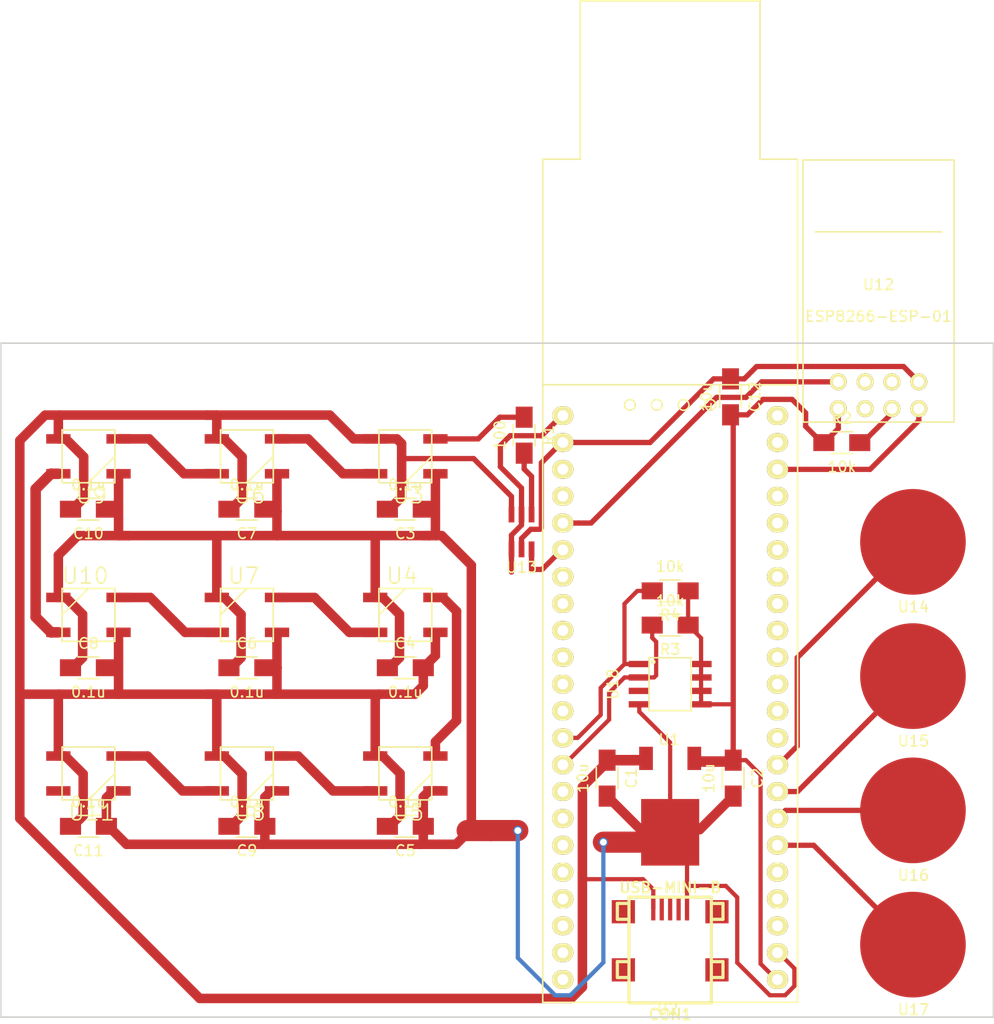
<source format=kicad_pcb>
(kicad_pcb (version 4) (host pcbnew "(2015-03-04 BZR 5478)-product")

  (general
    (links 82)
    (no_connects 0)
    (area 127.051999 36.481999 221.182001 134.043624)
    (thickness 1.6)
    (drawings 4)
    (tracks 334)
    (zones 0)
    (modules 35)
    (nets 69)
  )

  (page A4)
  (layers
    (0 F.Cu signal)
    (31 B.Cu signal)
    (32 B.Adhes user)
    (33 F.Adhes user)
    (34 B.Paste user)
    (35 F.Paste user)
    (36 B.SilkS user)
    (37 F.SilkS user)
    (38 B.Mask user)
    (39 F.Mask user)
    (40 Dwgs.User user)
    (41 Cmts.User user)
    (42 Eco1.User user)
    (43 Eco2.User user)
    (44 Edge.Cuts user)
    (45 Margin user)
    (46 B.CrtYd user)
    (47 F.CrtYd user)
    (48 B.Fab user)
    (49 F.Fab user)
  )

  (setup
    (last_trace_width 0.4)
    (user_trace_width 0.5)
    (user_trace_width 0.9)
    (user_trace_width 2)
    (trace_clearance 0.4)
    (zone_clearance 0.508)
    (zone_45_only no)
    (trace_min 0.254)
    (segment_width 0.2)
    (edge_width 0.15)
    (via_size 0.889)
    (via_drill 0.635)
    (via_min_size 0.889)
    (via_min_drill 0.508)
    (uvia_size 0.508)
    (uvia_drill 0.127)
    (uvias_allowed no)
    (uvia_min_size 0.508)
    (uvia_min_drill 0.127)
    (pcb_text_width 0.3)
    (pcb_text_size 1.5 1.5)
    (mod_edge_width 0.15)
    (mod_text_size 1 1)
    (mod_text_width 0.15)
    (pad_size 1.524 1.524)
    (pad_drill 0.762)
    (pad_to_mask_clearance 0.2)
    (aux_axis_origin 128.143 132.08)
    (grid_origin 128.143 132.08)
    (visible_elements FFFFFF7F)
    (pcbplotparams
      (layerselection 0x01000_00000001)
      (usegerberextensions true)
      (excludeedgelayer true)
      (linewidth 0.150000)
      (plotframeref false)
      (viasonmask false)
      (mode 1)
      (useauxorigin true)
      (hpglpennumber 1)
      (hpglpenspeed 20)
      (hpglpendiameter 15)
      (hpglpenoverlay 2)
      (psnegative false)
      (psa4output false)
      (plotreference true)
      (plotvalue true)
      (plotinvisibletext false)
      (padsonsilk false)
      (subtractmaskfromsilk false)
      (outputformat 1)
      (mirror false)
      (drillshape 0)
      (scaleselection 1)
      (outputdirectory SVG/))
  )

  (net 0 "")
  (net 1 +5V)
  (net 2 GND)
  (net 3 VDD)
  (net 4 "Net-(R1-Pad1)")
  (net 5 "Net-(R1-Pad2)")
  (net 6 "Net-(R2-Pad2)")
  (net 7 "Net-(U2-Pad1)")
  (net 8 "Net-(U2-Pad2)")
  (net 9 "Net-(U2-Pad3)")
  (net 10 "Net-(U2-Pad4)")
  (net 11 "Net-(U2-Pad5)")
  (net 12 "Net-(U2-Pad6)")
  (net 13 "Net-(U2-Pad7)")
  (net 14 "Net-(U2-Pad11)")
  (net 15 "Net-(U2-Pad12)")
  (net 16 "Net-(U2-Pad13)")
  (net 17 "Net-(U2-Pad14)")
  (net 18 "Net-(U2-Pad15)")
  (net 19 "Net-(U2-Pad16)")
  (net 20 "Net-(U13-Pad3)")
  (net 21 "Net-(U2-Pad19)")
  (net 22 "Net-(U2-Pad20)")
  (net 23 "Net-(U2-Pad25)")
  (net 24 "Net-(U2-Pad26)")
  (net 25 "Net-(U2-Pad27)")
  (net 26 "Net-(U2-Pad32)")
  (net 27 "Net-(U2-Pad33)")
  (net 28 "Net-(U12-Pad8)")
  (net 29 "Net-(U12-Pad1)")
  (net 30 "Net-(U2-Pad36)")
  (net 31 "Net-(U17-Pad1)")
  (net 32 "Net-(U2-Pad38)")
  (net 33 "Net-(U16-Pad1)")
  (net 34 "Net-(U2-Pad40)")
  (net 35 "Net-(U15-Pad1)")
  (net 36 "Net-(U14-Pad1)")
  (net 37 "Net-(U3-Pad2)")
  (net 38 "Net-(U4-Pad2)")
  (net 39 "Net-(U4-Pad4)")
  (net 40 "Net-(U5-Pad2)")
  (net 41 "Net-(U6-Pad2)")
  (net 42 "Net-(U10-Pad2)")
  (net 43 "Net-(U11-Pad4)")
  (net 44 "Net-(U10-Pad4)")
  (net 45 "Net-(U11-Pad2)")
  (net 46 "Net-(U12-Pad5)")
  (net 47 "Net-(U12-Pad6)")
  (net 48 "Net-(U12-Pad4)")
  (net 49 "Net-(CON1-Pad7)")
  (net 50 "Net-(CON1-Pad2)")
  (net 51 "Net-(CON1-Pad3)")
  (net 52 "Net-(CON1-Pad4)")
  (net 53 "Net-(CON1-Pad6)")
  (net 54 "Net-(CON1-Pad8)")
  (net 55 "Net-(CON1-Pad9)")
  (net 56 "Net-(U2-Pad37)")
  (net 57 "Net-(U2-Pad39)")
  (net 58 "Net-(U2-Pad41)")
  (net 59 "Net-(U2-Pad43)")
  (net 60 "Net-(U2-Pad34)")
  (net 61 "Net-(U2-Pad35)")
  (net 62 "Net-(U2-Pad44)")
  (net 63 "Net-(U13-Pad1)")
  (net 64 "Net-(U2-Pad8)")
  (net 65 "Net-(C12-Pad1)")
  (net 66 SCL)
  (net 67 SDA)
  (net 68 "Net-(U18-Pad3)")

  (net_class Default "This is the default net class."
    (clearance 0.4)
    (trace_width 0.4)
    (via_dia 0.889)
    (via_drill 0.635)
    (uvia_dia 0.508)
    (uvia_drill 0.127)
    (add_net +5V)
    (add_net GND)
    (add_net "Net-(C12-Pad1)")
    (add_net "Net-(CON1-Pad2)")
    (add_net "Net-(CON1-Pad3)")
    (add_net "Net-(CON1-Pad4)")
    (add_net "Net-(CON1-Pad6)")
    (add_net "Net-(CON1-Pad7)")
    (add_net "Net-(CON1-Pad8)")
    (add_net "Net-(CON1-Pad9)")
    (add_net "Net-(R1-Pad1)")
    (add_net "Net-(R1-Pad2)")
    (add_net "Net-(R2-Pad2)")
    (add_net "Net-(U10-Pad2)")
    (add_net "Net-(U10-Pad4)")
    (add_net "Net-(U11-Pad2)")
    (add_net "Net-(U11-Pad4)")
    (add_net "Net-(U12-Pad1)")
    (add_net "Net-(U12-Pad4)")
    (add_net "Net-(U12-Pad5)")
    (add_net "Net-(U12-Pad6)")
    (add_net "Net-(U12-Pad8)")
    (add_net "Net-(U13-Pad1)")
    (add_net "Net-(U13-Pad3)")
    (add_net "Net-(U14-Pad1)")
    (add_net "Net-(U15-Pad1)")
    (add_net "Net-(U16-Pad1)")
    (add_net "Net-(U17-Pad1)")
    (add_net "Net-(U18-Pad3)")
    (add_net "Net-(U2-Pad1)")
    (add_net "Net-(U2-Pad11)")
    (add_net "Net-(U2-Pad12)")
    (add_net "Net-(U2-Pad13)")
    (add_net "Net-(U2-Pad14)")
    (add_net "Net-(U2-Pad15)")
    (add_net "Net-(U2-Pad16)")
    (add_net "Net-(U2-Pad19)")
    (add_net "Net-(U2-Pad2)")
    (add_net "Net-(U2-Pad20)")
    (add_net "Net-(U2-Pad25)")
    (add_net "Net-(U2-Pad26)")
    (add_net "Net-(U2-Pad27)")
    (add_net "Net-(U2-Pad3)")
    (add_net "Net-(U2-Pad32)")
    (add_net "Net-(U2-Pad33)")
    (add_net "Net-(U2-Pad34)")
    (add_net "Net-(U2-Pad35)")
    (add_net "Net-(U2-Pad36)")
    (add_net "Net-(U2-Pad37)")
    (add_net "Net-(U2-Pad38)")
    (add_net "Net-(U2-Pad39)")
    (add_net "Net-(U2-Pad4)")
    (add_net "Net-(U2-Pad40)")
    (add_net "Net-(U2-Pad41)")
    (add_net "Net-(U2-Pad43)")
    (add_net "Net-(U2-Pad44)")
    (add_net "Net-(U2-Pad5)")
    (add_net "Net-(U2-Pad6)")
    (add_net "Net-(U2-Pad7)")
    (add_net "Net-(U2-Pad8)")
    (add_net "Net-(U3-Pad2)")
    (add_net "Net-(U4-Pad2)")
    (add_net "Net-(U4-Pad4)")
    (add_net "Net-(U5-Pad2)")
    (add_net "Net-(U6-Pad2)")
    (add_net SCL)
    (add_net SDA)
    (add_net VDD)
  )

  (module FabLibrary:TI-DBV-SOT23_handsolder (layer F.Cu) (tedit 5506F07D) (tstamp 55072F8C)
    (at 176.427 87.25)
    (path /5506F6BD)
    (fp_text reference U13 (at 0 3.302) (layer F.SilkS)
      (effects (font (size 1 1) (thickness 0.15)))
    )
    (fp_text value SN74LVC1T45 (at 0 -3.175) (layer F.Fab) hide
      (effects (font (size 1 1) (thickness 0.15)))
    )
    (pad 1 smd rect (at -0.95 1.6) (size 0.55 1.5) (layers F.Cu F.Paste F.Mask)
      (net 63 "Net-(U13-Pad1)"))
    (pad 2 smd rect (at 0 1.6) (size 0.55 1.5) (layers F.Cu F.Paste F.Mask)
      (net 65 "Net-(C12-Pad1)"))
    (pad 3 smd rect (at 0.95 1.6) (size 0.55 1.5) (layers F.Cu F.Paste F.Mask)
      (net 20 "Net-(U13-Pad3)"))
    (pad 4 smd rect (at 0.95 -1.7) (size 0.55 1.5) (layers F.Cu F.Paste F.Mask)
      (net 5 "Net-(R1-Pad2)"))
    (pad 5 smd rect (at 0 -1.7) (size 0.55 1.5) (layers F.Cu F.Paste F.Mask)
      (net 63 "Net-(U13-Pad1)"))
    (pad 6 smd rect (at -0.95 -1.7) (size 0.55 1.5) (layers F.Cu F.Paste F.Mask)
      (net 1 +5V))
  )

  (module FabLibrary:C_1206_HandSoldering_IainEdit (layer F.Cu) (tedit 54FE01C7) (tstamp 55070EC7)
    (at 184.531 110.49 270)
    (descr "Capacitor SMD 1206, hand soldering")
    (tags "capacitor 1206")
    (path /5504B360)
    (attr smd)
    (fp_text reference C1 (at 0 -2.3 270) (layer F.SilkS)
      (effects (font (size 1 1) (thickness 0.15)))
    )
    (fp_text value 10u (at 0 2.3 270) (layer F.SilkS)
      (effects (font (size 1 1) (thickness 0.15)))
    )
    (fp_line (start -3.3 -1.15) (end 3.3 -1.15) (layer F.CrtYd) (width 0.05))
    (fp_line (start -3.3 1.15) (end 3.3 1.15) (layer F.CrtYd) (width 0.05))
    (fp_line (start -3.3 -1.15) (end -3.3 1.15) (layer F.CrtYd) (width 0.05))
    (fp_line (start 3.3 -1.15) (end 3.3 1.15) (layer F.CrtYd) (width 0.05))
    (fp_line (start 1 -1.025) (end -1 -1.025) (layer F.SilkS) (width 0.15))
    (fp_line (start -1 1.025) (end 1 1.025) (layer F.SilkS) (width 0.15))
    (pad 1 smd rect (at -1.7 0 270) (size 2 1.6) (layers F.Cu F.Paste F.Mask)
      (net 1 +5V))
    (pad 2 smd rect (at 1.7 0 270) (size 2 1.6) (layers F.Cu F.Paste F.Mask)
      (net 2 GND))
    (model Capacitors_SMD/C_1206_HandSoldering.wrl
      (at (xyz 0 0 0))
      (scale (xyz 1 1 1))
      (rotate (xyz 0 0 0))
    )
  )

  (module FabLibrary:C_1206_HandSoldering_IainEdit (layer F.Cu) (tedit 54FE01C7) (tstamp 55070ECD)
    (at 196.469 110.49 270)
    (descr "Capacitor SMD 1206, hand soldering")
    (tags "capacitor 1206")
    (path /5504B323)
    (attr smd)
    (fp_text reference C2 (at 0 -2.3 270) (layer F.SilkS)
      (effects (font (size 1 1) (thickness 0.15)))
    )
    (fp_text value 10u (at 0 2.3 270) (layer F.SilkS)
      (effects (font (size 1 1) (thickness 0.15)))
    )
    (fp_line (start -3.3 -1.15) (end 3.3 -1.15) (layer F.CrtYd) (width 0.05))
    (fp_line (start -3.3 1.15) (end 3.3 1.15) (layer F.CrtYd) (width 0.05))
    (fp_line (start -3.3 -1.15) (end -3.3 1.15) (layer F.CrtYd) (width 0.05))
    (fp_line (start 3.3 -1.15) (end 3.3 1.15) (layer F.CrtYd) (width 0.05))
    (fp_line (start 1 -1.025) (end -1 -1.025) (layer F.SilkS) (width 0.15))
    (fp_line (start -1 1.025) (end 1 1.025) (layer F.SilkS) (width 0.15))
    (pad 1 smd rect (at -1.7 0 270) (size 2 1.6) (layers F.Cu F.Paste F.Mask)
      (net 3 VDD))
    (pad 2 smd rect (at 1.7 0 270) (size 2 1.6) (layers F.Cu F.Paste F.Mask)
      (net 2 GND))
    (model Capacitors_SMD/C_1206_HandSoldering.wrl
      (at (xyz 0 0 0))
      (scale (xyz 1 1 1))
      (rotate (xyz 0 0 0))
    )
  )

  (module FabLibrary:C_1206_HandSoldering_IainEdit (layer F.Cu) (tedit 54FE01C7) (tstamp 55070ED3)
    (at 165.427 85.048 180)
    (descr "Capacitor SMD 1206, hand soldering")
    (tags "capacitor 1206")
    (path /55055864)
    (attr smd)
    (fp_text reference C3 (at 0 -2.3 180) (layer F.SilkS)
      (effects (font (size 1 1) (thickness 0.15)))
    )
    (fp_text value 0.1u (at 0 2.3 180) (layer F.SilkS)
      (effects (font (size 1 1) (thickness 0.15)))
    )
    (fp_line (start -3.3 -1.15) (end 3.3 -1.15) (layer F.CrtYd) (width 0.05))
    (fp_line (start -3.3 1.15) (end 3.3 1.15) (layer F.CrtYd) (width 0.05))
    (fp_line (start -3.3 -1.15) (end -3.3 1.15) (layer F.CrtYd) (width 0.05))
    (fp_line (start 3.3 -1.15) (end 3.3 1.15) (layer F.CrtYd) (width 0.05))
    (fp_line (start 1 -1.025) (end -1 -1.025) (layer F.SilkS) (width 0.15))
    (fp_line (start -1 1.025) (end 1 1.025) (layer F.SilkS) (width 0.15))
    (pad 1 smd rect (at -1.7 0 180) (size 2 1.6) (layers F.Cu F.Paste F.Mask)
      (net 2 GND))
    (pad 2 smd rect (at 1.7 0 180) (size 2 1.6) (layers F.Cu F.Paste F.Mask)
      (net 1 +5V))
    (model Capacitors_SMD/C_1206_HandSoldering.wrl
      (at (xyz 0 0 0))
      (scale (xyz 1 1 1))
      (rotate (xyz 0 0 0))
    )
  )

  (module FabLibrary:C_1206_HandSoldering_IainEdit (layer F.Cu) (tedit 54FE01C7) (tstamp 55070ED9)
    (at 165.427 100.048)
    (descr "Capacitor SMD 1206, hand soldering")
    (tags "capacitor 1206")
    (path /55055470)
    (attr smd)
    (fp_text reference C4 (at 0 -2.3) (layer F.SilkS)
      (effects (font (size 1 1) (thickness 0.15)))
    )
    (fp_text value 0.1u (at 0 2.3) (layer F.SilkS)
      (effects (font (size 1 1) (thickness 0.15)))
    )
    (fp_line (start -3.3 -1.15) (end 3.3 -1.15) (layer F.CrtYd) (width 0.05))
    (fp_line (start -3.3 1.15) (end 3.3 1.15) (layer F.CrtYd) (width 0.05))
    (fp_line (start -3.3 -1.15) (end -3.3 1.15) (layer F.CrtYd) (width 0.05))
    (fp_line (start 3.3 -1.15) (end 3.3 1.15) (layer F.CrtYd) (width 0.05))
    (fp_line (start 1 -1.025) (end -1 -1.025) (layer F.SilkS) (width 0.15))
    (fp_line (start -1 1.025) (end 1 1.025) (layer F.SilkS) (width 0.15))
    (pad 1 smd rect (at -1.7 0) (size 2 1.6) (layers F.Cu F.Paste F.Mask)
      (net 2 GND))
    (pad 2 smd rect (at 1.7 0) (size 2 1.6) (layers F.Cu F.Paste F.Mask)
      (net 1 +5V))
    (model Capacitors_SMD/C_1206_HandSoldering.wrl
      (at (xyz 0 0 0))
      (scale (xyz 1 1 1))
      (rotate (xyz 0 0 0))
    )
  )

  (module FabLibrary:C_1206_HandSoldering_IainEdit (layer F.Cu) (tedit 54FE01C7) (tstamp 55070EDF)
    (at 165.427 115.048 180)
    (descr "Capacitor SMD 1206, hand soldering")
    (tags "capacitor 1206")
    (path /55054D42)
    (attr smd)
    (fp_text reference C5 (at 0 -2.3 180) (layer F.SilkS)
      (effects (font (size 1 1) (thickness 0.15)))
    )
    (fp_text value 0.1u (at 0 2.3 180) (layer F.SilkS)
      (effects (font (size 1 1) (thickness 0.15)))
    )
    (fp_line (start -3.3 -1.15) (end 3.3 -1.15) (layer F.CrtYd) (width 0.05))
    (fp_line (start -3.3 1.15) (end 3.3 1.15) (layer F.CrtYd) (width 0.05))
    (fp_line (start -3.3 -1.15) (end -3.3 1.15) (layer F.CrtYd) (width 0.05))
    (fp_line (start 3.3 -1.15) (end 3.3 1.15) (layer F.CrtYd) (width 0.05))
    (fp_line (start 1 -1.025) (end -1 -1.025) (layer F.SilkS) (width 0.15))
    (fp_line (start -1 1.025) (end 1 1.025) (layer F.SilkS) (width 0.15))
    (pad 1 smd rect (at -1.7 0 180) (size 2 1.6) (layers F.Cu F.Paste F.Mask)
      (net 2 GND))
    (pad 2 smd rect (at 1.7 0 180) (size 2 1.6) (layers F.Cu F.Paste F.Mask)
      (net 1 +5V))
    (model Capacitors_SMD/C_1206_HandSoldering.wrl
      (at (xyz 0 0 0))
      (scale (xyz 1 1 1))
      (rotate (xyz 0 0 0))
    )
  )

  (module FabLibrary:C_1206_HandSoldering_IainEdit (layer F.Cu) (tedit 54FE01C7) (tstamp 55070EE5)
    (at 150.427 100.048)
    (descr "Capacitor SMD 1206, hand soldering")
    (tags "capacitor 1206")
    (path /55054FE1)
    (attr smd)
    (fp_text reference C6 (at 0 -2.3) (layer F.SilkS)
      (effects (font (size 1 1) (thickness 0.15)))
    )
    (fp_text value 0.1u (at 0 2.3) (layer F.SilkS)
      (effects (font (size 1 1) (thickness 0.15)))
    )
    (fp_line (start -3.3 -1.15) (end 3.3 -1.15) (layer F.CrtYd) (width 0.05))
    (fp_line (start -3.3 1.15) (end 3.3 1.15) (layer F.CrtYd) (width 0.05))
    (fp_line (start -3.3 -1.15) (end -3.3 1.15) (layer F.CrtYd) (width 0.05))
    (fp_line (start 3.3 -1.15) (end 3.3 1.15) (layer F.CrtYd) (width 0.05))
    (fp_line (start 1 -1.025) (end -1 -1.025) (layer F.SilkS) (width 0.15))
    (fp_line (start -1 1.025) (end 1 1.025) (layer F.SilkS) (width 0.15))
    (pad 1 smd rect (at -1.7 0) (size 2 1.6) (layers F.Cu F.Paste F.Mask)
      (net 2 GND))
    (pad 2 smd rect (at 1.7 0) (size 2 1.6) (layers F.Cu F.Paste F.Mask)
      (net 1 +5V))
    (model Capacitors_SMD/C_1206_HandSoldering.wrl
      (at (xyz 0 0 0))
      (scale (xyz 1 1 1))
      (rotate (xyz 0 0 0))
    )
  )

  (module FabLibrary:C_1206_HandSoldering_IainEdit (layer F.Cu) (tedit 54FE01C7) (tstamp 55070EEB)
    (at 150.427 85.048 180)
    (descr "Capacitor SMD 1206, hand soldering")
    (tags "capacitor 1206")
    (path /55055009)
    (attr smd)
    (fp_text reference C7 (at 0 -2.3 180) (layer F.SilkS)
      (effects (font (size 1 1) (thickness 0.15)))
    )
    (fp_text value 0.1u (at 0 2.3 180) (layer F.SilkS)
      (effects (font (size 1 1) (thickness 0.15)))
    )
    (fp_line (start -3.3 -1.15) (end 3.3 -1.15) (layer F.CrtYd) (width 0.05))
    (fp_line (start -3.3 1.15) (end 3.3 1.15) (layer F.CrtYd) (width 0.05))
    (fp_line (start -3.3 -1.15) (end -3.3 1.15) (layer F.CrtYd) (width 0.05))
    (fp_line (start 3.3 -1.15) (end 3.3 1.15) (layer F.CrtYd) (width 0.05))
    (fp_line (start 1 -1.025) (end -1 -1.025) (layer F.SilkS) (width 0.15))
    (fp_line (start -1 1.025) (end 1 1.025) (layer F.SilkS) (width 0.15))
    (pad 1 smd rect (at -1.7 0 180) (size 2 1.6) (layers F.Cu F.Paste F.Mask)
      (net 2 GND))
    (pad 2 smd rect (at 1.7 0 180) (size 2 1.6) (layers F.Cu F.Paste F.Mask)
      (net 1 +5V))
    (model Capacitors_SMD/C_1206_HandSoldering.wrl
      (at (xyz 0 0 0))
      (scale (xyz 1 1 1))
      (rotate (xyz 0 0 0))
    )
  )

  (module FabLibrary:C_1206_HandSoldering_IainEdit (layer F.Cu) (tedit 54FE01C7) (tstamp 55070EF1)
    (at 135.427 100.048)
    (descr "Capacitor SMD 1206, hand soldering")
    (tags "capacitor 1206")
    (path /5505503A)
    (attr smd)
    (fp_text reference C8 (at 0 -2.3) (layer F.SilkS)
      (effects (font (size 1 1) (thickness 0.15)))
    )
    (fp_text value 0.1u (at 0 2.3) (layer F.SilkS)
      (effects (font (size 1 1) (thickness 0.15)))
    )
    (fp_line (start -3.3 -1.15) (end 3.3 -1.15) (layer F.CrtYd) (width 0.05))
    (fp_line (start -3.3 1.15) (end 3.3 1.15) (layer F.CrtYd) (width 0.05))
    (fp_line (start -3.3 -1.15) (end -3.3 1.15) (layer F.CrtYd) (width 0.05))
    (fp_line (start 3.3 -1.15) (end 3.3 1.15) (layer F.CrtYd) (width 0.05))
    (fp_line (start 1 -1.025) (end -1 -1.025) (layer F.SilkS) (width 0.15))
    (fp_line (start -1 1.025) (end 1 1.025) (layer F.SilkS) (width 0.15))
    (pad 1 smd rect (at -1.7 0) (size 2 1.6) (layers F.Cu F.Paste F.Mask)
      (net 2 GND))
    (pad 2 smd rect (at 1.7 0) (size 2 1.6) (layers F.Cu F.Paste F.Mask)
      (net 1 +5V))
    (model Capacitors_SMD/C_1206_HandSoldering.wrl
      (at (xyz 0 0 0))
      (scale (xyz 1 1 1))
      (rotate (xyz 0 0 0))
    )
  )

  (module FabLibrary:C_1206_HandSoldering_IainEdit (layer F.Cu) (tedit 54FE01C7) (tstamp 55070EF7)
    (at 150.427 115.048 180)
    (descr "Capacitor SMD 1206, hand soldering")
    (tags "capacitor 1206")
    (path /55055076)
    (attr smd)
    (fp_text reference C9 (at 0 -2.3 180) (layer F.SilkS)
      (effects (font (size 1 1) (thickness 0.15)))
    )
    (fp_text value 0.1u (at 0 2.3 180) (layer F.SilkS)
      (effects (font (size 1 1) (thickness 0.15)))
    )
    (fp_line (start -3.3 -1.15) (end 3.3 -1.15) (layer F.CrtYd) (width 0.05))
    (fp_line (start -3.3 1.15) (end 3.3 1.15) (layer F.CrtYd) (width 0.05))
    (fp_line (start -3.3 -1.15) (end -3.3 1.15) (layer F.CrtYd) (width 0.05))
    (fp_line (start 3.3 -1.15) (end 3.3 1.15) (layer F.CrtYd) (width 0.05))
    (fp_line (start 1 -1.025) (end -1 -1.025) (layer F.SilkS) (width 0.15))
    (fp_line (start -1 1.025) (end 1 1.025) (layer F.SilkS) (width 0.15))
    (pad 1 smd rect (at -1.7 0 180) (size 2 1.6) (layers F.Cu F.Paste F.Mask)
      (net 2 GND))
    (pad 2 smd rect (at 1.7 0 180) (size 2 1.6) (layers F.Cu F.Paste F.Mask)
      (net 1 +5V))
    (model Capacitors_SMD/C_1206_HandSoldering.wrl
      (at (xyz 0 0 0))
      (scale (xyz 1 1 1))
      (rotate (xyz 0 0 0))
    )
  )

  (module FabLibrary:C_1206_HandSoldering_IainEdit (layer F.Cu) (tedit 54FE01C7) (tstamp 55070EFD)
    (at 135.427 85.048 180)
    (descr "Capacitor SMD 1206, hand soldering")
    (tags "capacitor 1206")
    (path /550550A3)
    (attr smd)
    (fp_text reference C10 (at 0 -2.3 180) (layer F.SilkS)
      (effects (font (size 1 1) (thickness 0.15)))
    )
    (fp_text value 0.1u (at 0 2.3 180) (layer F.SilkS)
      (effects (font (size 1 1) (thickness 0.15)))
    )
    (fp_line (start -3.3 -1.15) (end 3.3 -1.15) (layer F.CrtYd) (width 0.05))
    (fp_line (start -3.3 1.15) (end 3.3 1.15) (layer F.CrtYd) (width 0.05))
    (fp_line (start -3.3 -1.15) (end -3.3 1.15) (layer F.CrtYd) (width 0.05))
    (fp_line (start 3.3 -1.15) (end 3.3 1.15) (layer F.CrtYd) (width 0.05))
    (fp_line (start 1 -1.025) (end -1 -1.025) (layer F.SilkS) (width 0.15))
    (fp_line (start -1 1.025) (end 1 1.025) (layer F.SilkS) (width 0.15))
    (pad 1 smd rect (at -1.7 0 180) (size 2 1.6) (layers F.Cu F.Paste F.Mask)
      (net 2 GND))
    (pad 2 smd rect (at 1.7 0 180) (size 2 1.6) (layers F.Cu F.Paste F.Mask)
      (net 1 +5V))
    (model Capacitors_SMD/C_1206_HandSoldering.wrl
      (at (xyz 0 0 0))
      (scale (xyz 1 1 1))
      (rotate (xyz 0 0 0))
    )
  )

  (module FabLibrary:C_1206_HandSoldering_IainEdit (layer F.Cu) (tedit 54FE01C7) (tstamp 55070F03)
    (at 135.427 115.048 180)
    (descr "Capacitor SMD 1206, hand soldering")
    (tags "capacitor 1206")
    (path /55055197)
    (attr smd)
    (fp_text reference C11 (at 0 -2.3 180) (layer F.SilkS)
      (effects (font (size 1 1) (thickness 0.15)))
    )
    (fp_text value 0.1u (at 0 2.3 180) (layer F.SilkS)
      (effects (font (size 1 1) (thickness 0.15)))
    )
    (fp_line (start -3.3 -1.15) (end 3.3 -1.15) (layer F.CrtYd) (width 0.05))
    (fp_line (start -3.3 1.15) (end 3.3 1.15) (layer F.CrtYd) (width 0.05))
    (fp_line (start -3.3 -1.15) (end -3.3 1.15) (layer F.CrtYd) (width 0.05))
    (fp_line (start 3.3 -1.15) (end 3.3 1.15) (layer F.CrtYd) (width 0.05))
    (fp_line (start 1 -1.025) (end -1 -1.025) (layer F.SilkS) (width 0.15))
    (fp_line (start -1 1.025) (end 1 1.025) (layer F.SilkS) (width 0.15))
    (pad 1 smd rect (at -1.7 0 180) (size 2 1.6) (layers F.Cu F.Paste F.Mask)
      (net 2 GND))
    (pad 2 smd rect (at 1.7 0 180) (size 2 1.6) (layers F.Cu F.Paste F.Mask)
      (net 1 +5V))
    (model Capacitors_SMD/C_1206_HandSoldering.wrl
      (at (xyz 0 0 0))
      (scale (xyz 1 1 1))
      (rotate (xyz 0 0 0))
    )
  )

  (module FabLibrary:C_1206_HandSoldering_IainEdit (layer F.Cu) (tedit 54FE01C7) (tstamp 55070F0F)
    (at 206.75 78.75)
    (descr "Capacitor SMD 1206, hand soldering")
    (tags "capacitor 1206")
    (path /55073D9E)
    (attr smd)
    (fp_text reference R2 (at 0 -2.3) (layer F.SilkS)
      (effects (font (size 1 1) (thickness 0.15)))
    )
    (fp_text value 10k (at 0 2.3) (layer F.SilkS)
      (effects (font (size 1 1) (thickness 0.15)))
    )
    (fp_line (start -3.3 -1.15) (end 3.3 -1.15) (layer F.CrtYd) (width 0.05))
    (fp_line (start -3.3 1.15) (end 3.3 1.15) (layer F.CrtYd) (width 0.05))
    (fp_line (start -3.3 -1.15) (end -3.3 1.15) (layer F.CrtYd) (width 0.05))
    (fp_line (start 3.3 -1.15) (end 3.3 1.15) (layer F.CrtYd) (width 0.05))
    (fp_line (start 1 -1.025) (end -1 -1.025) (layer F.SilkS) (width 0.15))
    (fp_line (start -1 1.025) (end 1 1.025) (layer F.SilkS) (width 0.15))
    (pad 1 smd rect (at -1.7 0) (size 2 1.6) (layers F.Cu F.Paste F.Mask)
      (net 3 VDD))
    (pad 2 smd rect (at 1.7 0) (size 2 1.6) (layers F.Cu F.Paste F.Mask)
      (net 6 "Net-(R2-Pad2)"))
    (model Capacitors_SMD/C_1206_HandSoldering.wrl
      (at (xyz 0 0 0))
      (scale (xyz 1 1 1))
      (rotate (xyz 0 0 0))
    )
  )

  (module FabLibrary:CYKIT-49-42xx (layer F.Cu) (tedit 5506E183) (tstamp 55070F46)
    (at 190.5 101.6)
    (path /55049F73)
    (fp_text reference U2 (at -0.25 30.75) (layer F.SilkS)
      (effects (font (size 1 1) (thickness 0.15)))
    )
    (fp_text value CY8CKIT-049-42xx (at -0.04 -29.57) (layer F.Fab)
      (effects (font (size 1 1) (thickness 0.15)))
    )
    (fp_line (start -12.065 -28.321) (end -12.065 -49.657) (layer F.SilkS) (width 0.15))
    (fp_line (start -12.065 -49.657) (end -8.509 -49.657) (layer F.SilkS) (width 0.15))
    (fp_line (start -8.509 -49.657) (end -8.509 -64.643) (layer F.SilkS) (width 0.15))
    (fp_line (start -8.509 -64.643) (end 8.509 -64.643) (layer F.SilkS) (width 0.15))
    (fp_line (start 8.509 -64.643) (end 8.509 -49.657) (layer F.SilkS) (width 0.15))
    (fp_line (start 8.509 -49.657) (end 12.065 -49.657) (layer F.SilkS) (width 0.15))
    (fp_line (start 12.065 -49.657) (end 12.065 -28.321) (layer F.SilkS) (width 0.15))
    (fp_line (start 12.065 -28.321) (end 12.065 30.099) (layer F.SilkS) (width 0.15))
    (fp_line (start 12.065 30.099) (end -12.065 30.099) (layer F.SilkS) (width 0.15))
    (fp_line (start -12.065 30.099) (end -12.065 -28.321) (layer F.SilkS) (width 0.15))
    (fp_line (start -12.065 -28.321) (end 12.065 -28.321) (layer F.SilkS) (width 0.15))
    (fp_circle (center 3.81 -26.416) (end 3.81 -25.908) (layer F.SilkS) (width 0.15))
    (fp_circle (center -3.81 -26.416) (end -3.81 -25.908) (layer F.SilkS) (width 0.15))
    (fp_circle (center -1.27 -26.416) (end -1.27 -25.908) (layer F.SilkS) (width 0.15))
    (fp_circle (center 1.27 -26.416) (end 1.27 -25.908) (layer F.SilkS) (width 0.15))
    (pad 1 thru_hole oval (at -10.16 27.94) (size 2 1.778) (drill 1.016) (layers F.Cu F.SilkS F.Mask)
      (net 7 "Net-(U2-Pad1)"))
    (pad 2 thru_hole oval (at -10.16 25.4) (size 2 1.778) (drill 1.016) (layers F.Cu F.SilkS F.Mask)
      (net 8 "Net-(U2-Pad2)"))
    (pad 3 thru_hole oval (at -10.16 22.86) (size 2 1.778) (drill 1.016) (layers F.Cu F.SilkS F.Mask)
      (net 9 "Net-(U2-Pad3)"))
    (pad 4 thru_hole oval (at -10.16 20.32) (size 2 1.778) (drill 1.016) (layers F.Cu F.SilkS F.Mask)
      (net 10 "Net-(U2-Pad4)"))
    (pad 5 thru_hole oval (at -10.16 17.78) (size 2 1.778) (drill 1.016) (layers F.Cu F.SilkS F.Mask)
      (net 11 "Net-(U2-Pad5)"))
    (pad 6 thru_hole oval (at -10.16 15.24) (size 2 1.778) (drill 1.016) (layers F.Cu F.SilkS F.Mask)
      (net 12 "Net-(U2-Pad6)"))
    (pad 7 thru_hole oval (at -10.16 12.7) (size 2 1.778) (drill 1.016) (layers F.Cu F.SilkS F.Mask)
      (net 13 "Net-(U2-Pad7)"))
    (pad 8 thru_hole oval (at -10.16 10.16) (size 2 1.778) (drill 1.016) (layers F.Cu F.SilkS F.Mask)
      (net 64 "Net-(U2-Pad8)"))
    (pad 9 thru_hole oval (at -10.16 7.62) (size 2 1.778) (drill 1.016) (layers F.Cu F.SilkS F.Mask)
      (net 66 SCL))
    (pad 10 thru_hole oval (at -10.16 5.08) (size 2 1.778) (drill 1.016) (layers F.Cu F.SilkS F.Mask)
      (net 67 SDA))
    (pad 11 thru_hole oval (at -10.16 2.54) (size 2 1.778) (drill 1.016) (layers F.Cu F.SilkS F.Mask)
      (net 14 "Net-(U2-Pad11)"))
    (pad 12 thru_hole oval (at -10.16 0) (size 2 1.778) (drill 1.016) (layers F.Cu F.SilkS F.Mask)
      (net 15 "Net-(U2-Pad12)"))
    (pad 13 thru_hole oval (at -10.16 -2.54) (size 2 1.778) (drill 1.016) (layers F.Cu F.SilkS F.Mask)
      (net 16 "Net-(U2-Pad13)"))
    (pad 14 thru_hole oval (at -10.16 -5.08) (size 2 1.778) (drill 1.016) (layers F.Cu F.SilkS F.Mask)
      (net 17 "Net-(U2-Pad14)"))
    (pad 15 thru_hole oval (at -10.16 -7.62) (size 2 1.778) (drill 1.016) (layers F.Cu F.SilkS F.Mask)
      (net 18 "Net-(U2-Pad15)"))
    (pad 16 thru_hole oval (at -10.16 -10.16) (size 2 1.778) (drill 1.016) (layers F.Cu F.SilkS F.Mask)
      (net 19 "Net-(U2-Pad16)"))
    (pad 17 thru_hole oval (at -10.16 -12.7) (size 2 1.778) (drill 1.016) (layers F.Cu F.SilkS F.Mask)
      (net 20 "Net-(U13-Pad3)"))
    (pad 18 thru_hole oval (at -10.16 -15.24) (size 2 1.778) (drill 1.016) (layers F.Cu F.SilkS F.Mask)
      (net 28 "Net-(U12-Pad8)"))
    (pad 19 thru_hole oval (at -10.16 -17.78) (size 2 1.778) (drill 1.016) (layers F.Cu F.SilkS F.Mask)
      (net 21 "Net-(U2-Pad19)"))
    (pad 20 thru_hole oval (at -10.16 -20.32) (size 2 1.778) (drill 1.016) (layers F.Cu F.SilkS F.Mask)
      (net 22 "Net-(U2-Pad20)"))
    (pad 21 thru_hole oval (at -10.16 -22.86) (size 2 1.778) (drill 1.016) (layers F.Cu F.SilkS F.Mask)
      (net 65 "Net-(C12-Pad1)"))
    (pad 22 thru_hole oval (at -10.16 -25.4) (size 2 1.778) (drill 1.016) (layers F.Cu F.SilkS F.Mask)
      (net 63 "Net-(U13-Pad1)"))
    (pad 23 thru_hole oval (at 10.16 27.94) (size 2 1.778) (drill 1.016) (layers F.Cu F.SilkS F.Mask)
      (net 3 VDD))
    (pad 24 thru_hole oval (at 10.16 25.4) (size 2 1.778) (drill 1.016) (layers F.Cu F.SilkS F.Mask)
      (net 2 GND))
    (pad 25 thru_hole oval (at 10.16 22.86) (size 2 1.778) (drill 1.016) (layers F.Cu F.SilkS F.Mask)
      (net 23 "Net-(U2-Pad25)"))
    (pad 26 thru_hole oval (at 10.16 20.32) (size 2 1.778) (drill 1.016) (layers F.Cu F.SilkS F.Mask)
      (net 24 "Net-(U2-Pad26)"))
    (pad 27 thru_hole oval (at 10.16 17.78) (size 2 1.778) (drill 1.016) (layers F.Cu F.SilkS F.Mask)
      (net 25 "Net-(U2-Pad27)"))
    (pad 28 thru_hole oval (at 10.16 15.24) (size 2 1.778) (drill 1.016) (layers F.Cu F.SilkS F.Mask)
      (net 31 "Net-(U17-Pad1)"))
    (pad 29 thru_hole oval (at 10.16 12.7) (size 2 1.778) (drill 1.016) (layers F.Cu F.SilkS F.Mask)
      (net 33 "Net-(U16-Pad1)"))
    (pad 30 thru_hole oval (at 10.16 10.16) (size 2 1.778) (drill 1.016) (layers F.Cu F.SilkS F.Mask)
      (net 35 "Net-(U15-Pad1)"))
    (pad 31 thru_hole oval (at 10.16 7.62) (size 2 1.778) (drill 1.016) (layers F.Cu F.SilkS F.Mask)
      (net 36 "Net-(U14-Pad1)"))
    (pad 32 thru_hole oval (at 10.16 5.08) (size 2 1.778) (drill 1.016) (layers F.Cu F.SilkS F.Mask)
      (net 26 "Net-(U2-Pad32)"))
    (pad 33 thru_hole oval (at 10.16 2.54) (size 2 1.778) (drill 1.016) (layers F.Cu F.SilkS F.Mask)
      (net 27 "Net-(U2-Pad33)"))
    (pad 34 thru_hole oval (at 10.16 0) (size 2 1.778) (drill 1.016) (layers F.Cu F.SilkS F.Mask)
      (net 60 "Net-(U2-Pad34)"))
    (pad 35 thru_hole oval (at 10.16 -2.54) (size 2 1.778) (drill 1.016) (layers F.Cu F.SilkS F.Mask)
      (net 61 "Net-(U2-Pad35)"))
    (pad 36 thru_hole oval (at 10.16 -5.08) (size 2 1.778) (drill 1.016) (layers F.Cu F.SilkS F.Mask)
      (net 30 "Net-(U2-Pad36)"))
    (pad 37 thru_hole oval (at 10.16 -7.62) (size 2 1.778) (drill 1.016) (layers F.Cu F.SilkS F.Mask)
      (net 56 "Net-(U2-Pad37)"))
    (pad 38 thru_hole oval (at 10.16 -10.16) (size 2 1.778) (drill 1.016) (layers F.Cu F.SilkS F.Mask)
      (net 32 "Net-(U2-Pad38)"))
    (pad 39 thru_hole oval (at 10.16 -12.7) (size 2 1.778) (drill 1.016) (layers F.Cu F.SilkS F.Mask)
      (net 57 "Net-(U2-Pad39)"))
    (pad 40 thru_hole oval (at 10.16 -15.24) (size 2 1.778) (drill 1.016) (layers F.Cu F.SilkS F.Mask)
      (net 34 "Net-(U2-Pad40)"))
    (pad 41 thru_hole oval (at 10.16 -17.78) (size 2 1.778) (drill 1.016) (layers F.Cu F.SilkS F.Mask)
      (net 58 "Net-(U2-Pad41)"))
    (pad 42 thru_hole oval (at 10.16 -20.32) (size 2 1.778) (drill 1.016) (layers F.Cu F.SilkS F.Mask)
      (net 29 "Net-(U12-Pad1)"))
    (pad 43 thru_hole oval (at 10.16 -22.86) (size 2 1.778) (drill 1.016) (layers F.Cu F.SilkS F.Mask)
      (net 59 "Net-(U2-Pad43)"))
    (pad 44 thru_hole oval (at 10.16 -25.4) (size 2 1.778) (drill 1.016) (layers F.Cu F.SilkS F.Mask)
      (net 62 "Net-(U2-Pad44)"))
  )

  (module FabLibrary:WS2812b_handsolder (layer F.Cu) (tedit 550569EB) (tstamp 55070F4E)
    (at 165.427 80.048)
    (path /5504B6A2)
    (fp_text reference U3 (at 0.3 3.7) (layer F.SilkS)
      (effects (font (size 1.5 1.5) (thickness 0.15)))
    )
    (fp_text value WS2812b (at 0 -3.8) (layer F.Fab) hide
      (effects (font (size 1.5 1.5) (thickness 0.15)))
    )
    (fp_line (start 2.5 0) (end 0 2.5) (layer F.SilkS) (width 0.15))
    (fp_line (start -2.5 -2.5) (end 2.5 -2.5) (layer F.SilkS) (width 0.15))
    (fp_line (start 2.5 -2.5) (end 2.5 2.5) (layer F.SilkS) (width 0.15))
    (fp_line (start 2.5 2.5) (end -2.5 2.5) (layer F.SilkS) (width 0.15))
    (fp_line (start -2.5 2.5) (end -2.5 -2.5) (layer F.SilkS) (width 0.15))
    (pad 1 smd rect (at -2.85 -1.65) (size 2.3 0.9) (layers F.Cu F.Paste F.Mask)
      (net 1 +5V))
    (pad 2 smd rect (at -2.85 1.65) (size 2.3 0.9) (layers F.Cu F.Paste F.Mask)
      (net 37 "Net-(U3-Pad2)"))
    (pad 4 smd rect (at 2.85 -1.65) (size 2.3 0.9) (layers F.Cu F.Paste F.Mask)
      (net 4 "Net-(R1-Pad1)"))
    (pad 3 smd rect (at 2.85 1.65) (size 2.3 0.9) (layers F.Cu F.Paste F.Mask)
      (net 2 GND))
  )

  (module FabLibrary:WS2812b_handsolder (layer F.Cu) (tedit 550569EB) (tstamp 55070F56)
    (at 165.427 95.048 180)
    (path /5504B819)
    (fp_text reference U4 (at 0.3 3.7 180) (layer F.SilkS)
      (effects (font (size 1.5 1.5) (thickness 0.15)))
    )
    (fp_text value WS2812b (at 0 -3.8 180) (layer F.Fab) hide
      (effects (font (size 1.5 1.5) (thickness 0.15)))
    )
    (fp_line (start 2.5 0) (end 0 2.5) (layer F.SilkS) (width 0.15))
    (fp_line (start -2.5 -2.5) (end 2.5 -2.5) (layer F.SilkS) (width 0.15))
    (fp_line (start 2.5 -2.5) (end 2.5 2.5) (layer F.SilkS) (width 0.15))
    (fp_line (start 2.5 2.5) (end -2.5 2.5) (layer F.SilkS) (width 0.15))
    (fp_line (start -2.5 2.5) (end -2.5 -2.5) (layer F.SilkS) (width 0.15))
    (pad 1 smd rect (at -2.85 -1.65 180) (size 2.3 0.9) (layers F.Cu F.Paste F.Mask)
      (net 1 +5V))
    (pad 2 smd rect (at -2.85 1.65 180) (size 2.3 0.9) (layers F.Cu F.Paste F.Mask)
      (net 38 "Net-(U4-Pad2)"))
    (pad 4 smd rect (at 2.85 -1.65 180) (size 2.3 0.9) (layers F.Cu F.Paste F.Mask)
      (net 39 "Net-(U4-Pad4)"))
    (pad 3 smd rect (at 2.85 1.65 180) (size 2.3 0.9) (layers F.Cu F.Paste F.Mask)
      (net 2 GND))
  )

  (module FabLibrary:WS2812b_handsolder (layer F.Cu) (tedit 550569EB) (tstamp 55070F5E)
    (at 165.427 110.048)
    (path /5504B867)
    (fp_text reference U5 (at 0.3 3.7) (layer F.SilkS)
      (effects (font (size 1.5 1.5) (thickness 0.15)))
    )
    (fp_text value WS2812b (at 0 -3.8) (layer F.Fab) hide
      (effects (font (size 1.5 1.5) (thickness 0.15)))
    )
    (fp_line (start 2.5 0) (end 0 2.5) (layer F.SilkS) (width 0.15))
    (fp_line (start -2.5 -2.5) (end 2.5 -2.5) (layer F.SilkS) (width 0.15))
    (fp_line (start 2.5 -2.5) (end 2.5 2.5) (layer F.SilkS) (width 0.15))
    (fp_line (start 2.5 2.5) (end -2.5 2.5) (layer F.SilkS) (width 0.15))
    (fp_line (start -2.5 2.5) (end -2.5 -2.5) (layer F.SilkS) (width 0.15))
    (pad 1 smd rect (at -2.85 -1.65) (size 2.3 0.9) (layers F.Cu F.Paste F.Mask)
      (net 1 +5V))
    (pad 2 smd rect (at -2.85 1.65) (size 2.3 0.9) (layers F.Cu F.Paste F.Mask)
      (net 40 "Net-(U5-Pad2)"))
    (pad 4 smd rect (at 2.85 -1.65) (size 2.3 0.9) (layers F.Cu F.Paste F.Mask)
      (net 38 "Net-(U4-Pad2)"))
    (pad 3 smd rect (at 2.85 1.65) (size 2.3 0.9) (layers F.Cu F.Paste F.Mask)
      (net 2 GND))
  )

  (module FabLibrary:WS2812b_handsolder (layer F.Cu) (tedit 550569EB) (tstamp 55070F66)
    (at 150.427 80.048)
    (path /5504B978)
    (fp_text reference U6 (at 0.3 3.7) (layer F.SilkS)
      (effects (font (size 1.5 1.5) (thickness 0.15)))
    )
    (fp_text value WS2812b (at 0 -3.8) (layer F.Fab) hide
      (effects (font (size 1.5 1.5) (thickness 0.15)))
    )
    (fp_line (start 2.5 0) (end 0 2.5) (layer F.SilkS) (width 0.15))
    (fp_line (start -2.5 -2.5) (end 2.5 -2.5) (layer F.SilkS) (width 0.15))
    (fp_line (start 2.5 -2.5) (end 2.5 2.5) (layer F.SilkS) (width 0.15))
    (fp_line (start 2.5 2.5) (end -2.5 2.5) (layer F.SilkS) (width 0.15))
    (fp_line (start -2.5 2.5) (end -2.5 -2.5) (layer F.SilkS) (width 0.15))
    (pad 1 smd rect (at -2.85 -1.65) (size 2.3 0.9) (layers F.Cu F.Paste F.Mask)
      (net 1 +5V))
    (pad 2 smd rect (at -2.85 1.65) (size 2.3 0.9) (layers F.Cu F.Paste F.Mask)
      (net 41 "Net-(U6-Pad2)"))
    (pad 4 smd rect (at 2.85 -1.65) (size 2.3 0.9) (layers F.Cu F.Paste F.Mask)
      (net 37 "Net-(U3-Pad2)"))
    (pad 3 smd rect (at 2.85 1.65) (size 2.3 0.9) (layers F.Cu F.Paste F.Mask)
      (net 2 GND))
  )

  (module FabLibrary:WS2812b_handsolder (layer F.Cu) (tedit 550569EB) (tstamp 55070F6E)
    (at 150.427 95.048 180)
    (path /5504BA1D)
    (fp_text reference U7 (at 0.3 3.7 180) (layer F.SilkS)
      (effects (font (size 1.5 1.5) (thickness 0.15)))
    )
    (fp_text value WS2812b (at 0 -3.8 180) (layer F.Fab) hide
      (effects (font (size 1.5 1.5) (thickness 0.15)))
    )
    (fp_line (start 2.5 0) (end 0 2.5) (layer F.SilkS) (width 0.15))
    (fp_line (start -2.5 -2.5) (end 2.5 -2.5) (layer F.SilkS) (width 0.15))
    (fp_line (start 2.5 -2.5) (end 2.5 2.5) (layer F.SilkS) (width 0.15))
    (fp_line (start 2.5 2.5) (end -2.5 2.5) (layer F.SilkS) (width 0.15))
    (fp_line (start -2.5 2.5) (end -2.5 -2.5) (layer F.SilkS) (width 0.15))
    (pad 1 smd rect (at -2.85 -1.65 180) (size 2.3 0.9) (layers F.Cu F.Paste F.Mask)
      (net 1 +5V))
    (pad 2 smd rect (at -2.85 1.65 180) (size 2.3 0.9) (layers F.Cu F.Paste F.Mask)
      (net 39 "Net-(U4-Pad4)"))
    (pad 4 smd rect (at 2.85 -1.65 180) (size 2.3 0.9) (layers F.Cu F.Paste F.Mask)
      (net 42 "Net-(U10-Pad2)"))
    (pad 3 smd rect (at 2.85 1.65 180) (size 2.3 0.9) (layers F.Cu F.Paste F.Mask)
      (net 2 GND))
  )

  (module FabLibrary:WS2812b_handsolder (layer F.Cu) (tedit 550569EB) (tstamp 55070F76)
    (at 150.427 110.048)
    (path /5504BA4B)
    (fp_text reference U8 (at 0.3 3.7) (layer F.SilkS)
      (effects (font (size 1.5 1.5) (thickness 0.15)))
    )
    (fp_text value WS2812b (at 0 -3.8) (layer F.Fab) hide
      (effects (font (size 1.5 1.5) (thickness 0.15)))
    )
    (fp_line (start 2.5 0) (end 0 2.5) (layer F.SilkS) (width 0.15))
    (fp_line (start -2.5 -2.5) (end 2.5 -2.5) (layer F.SilkS) (width 0.15))
    (fp_line (start 2.5 -2.5) (end 2.5 2.5) (layer F.SilkS) (width 0.15))
    (fp_line (start 2.5 2.5) (end -2.5 2.5) (layer F.SilkS) (width 0.15))
    (fp_line (start -2.5 2.5) (end -2.5 -2.5) (layer F.SilkS) (width 0.15))
    (pad 1 smd rect (at -2.85 -1.65) (size 2.3 0.9) (layers F.Cu F.Paste F.Mask)
      (net 1 +5V))
    (pad 2 smd rect (at -2.85 1.65) (size 2.3 0.9) (layers F.Cu F.Paste F.Mask)
      (net 43 "Net-(U11-Pad4)"))
    (pad 4 smd rect (at 2.85 -1.65) (size 2.3 0.9) (layers F.Cu F.Paste F.Mask)
      (net 40 "Net-(U5-Pad2)"))
    (pad 3 smd rect (at 2.85 1.65) (size 2.3 0.9) (layers F.Cu F.Paste F.Mask)
      (net 2 GND))
  )

  (module FabLibrary:WS2812b_handsolder (layer F.Cu) (tedit 550569EB) (tstamp 55070F7E)
    (at 135.427 80.048)
    (path /5504BA90)
    (fp_text reference U9 (at 0.3 3.7) (layer F.SilkS)
      (effects (font (size 1.5 1.5) (thickness 0.15)))
    )
    (fp_text value WS2812b (at 0 -3.8) (layer F.Fab) hide
      (effects (font (size 1.5 1.5) (thickness 0.15)))
    )
    (fp_line (start 2.5 0) (end 0 2.5) (layer F.SilkS) (width 0.15))
    (fp_line (start -2.5 -2.5) (end 2.5 -2.5) (layer F.SilkS) (width 0.15))
    (fp_line (start 2.5 -2.5) (end 2.5 2.5) (layer F.SilkS) (width 0.15))
    (fp_line (start 2.5 2.5) (end -2.5 2.5) (layer F.SilkS) (width 0.15))
    (fp_line (start -2.5 2.5) (end -2.5 -2.5) (layer F.SilkS) (width 0.15))
    (pad 1 smd rect (at -2.85 -1.65) (size 2.3 0.9) (layers F.Cu F.Paste F.Mask)
      (net 1 +5V))
    (pad 2 smd rect (at -2.85 1.65) (size 2.3 0.9) (layers F.Cu F.Paste F.Mask)
      (net 44 "Net-(U10-Pad4)"))
    (pad 4 smd rect (at 2.85 -1.65) (size 2.3 0.9) (layers F.Cu F.Paste F.Mask)
      (net 41 "Net-(U6-Pad2)"))
    (pad 3 smd rect (at 2.85 1.65) (size 2.3 0.9) (layers F.Cu F.Paste F.Mask)
      (net 2 GND))
  )

  (module FabLibrary:WS2812b_handsolder (layer F.Cu) (tedit 550569EB) (tstamp 55070F86)
    (at 135.427 95.048 180)
    (path /5504BB22)
    (fp_text reference U10 (at 0.3 3.7 180) (layer F.SilkS)
      (effects (font (size 1.5 1.5) (thickness 0.15)))
    )
    (fp_text value WS2812b (at 0 -3.8 180) (layer F.Fab) hide
      (effects (font (size 1.5 1.5) (thickness 0.15)))
    )
    (fp_line (start 2.5 0) (end 0 2.5) (layer F.SilkS) (width 0.15))
    (fp_line (start -2.5 -2.5) (end 2.5 -2.5) (layer F.SilkS) (width 0.15))
    (fp_line (start 2.5 -2.5) (end 2.5 2.5) (layer F.SilkS) (width 0.15))
    (fp_line (start 2.5 2.5) (end -2.5 2.5) (layer F.SilkS) (width 0.15))
    (fp_line (start -2.5 2.5) (end -2.5 -2.5) (layer F.SilkS) (width 0.15))
    (pad 1 smd rect (at -2.85 -1.65 180) (size 2.3 0.9) (layers F.Cu F.Paste F.Mask)
      (net 1 +5V))
    (pad 2 smd rect (at -2.85 1.65 180) (size 2.3 0.9) (layers F.Cu F.Paste F.Mask)
      (net 42 "Net-(U10-Pad2)"))
    (pad 4 smd rect (at 2.85 -1.65 180) (size 2.3 0.9) (layers F.Cu F.Paste F.Mask)
      (net 44 "Net-(U10-Pad4)"))
    (pad 3 smd rect (at 2.85 1.65 180) (size 2.3 0.9) (layers F.Cu F.Paste F.Mask)
      (net 2 GND))
  )

  (module FabLibrary:WS2812b_handsolder (layer F.Cu) (tedit 550569EB) (tstamp 55070F8E)
    (at 135.427 110.048)
    (path /5504B8C6)
    (fp_text reference U11 (at 0.3 3.7) (layer F.SilkS)
      (effects (font (size 1.5 1.5) (thickness 0.15)))
    )
    (fp_text value WS2812b (at 0 -3.8) (layer F.Fab) hide
      (effects (font (size 1.5 1.5) (thickness 0.15)))
    )
    (fp_line (start 2.5 0) (end 0 2.5) (layer F.SilkS) (width 0.15))
    (fp_line (start -2.5 -2.5) (end 2.5 -2.5) (layer F.SilkS) (width 0.15))
    (fp_line (start 2.5 -2.5) (end 2.5 2.5) (layer F.SilkS) (width 0.15))
    (fp_line (start 2.5 2.5) (end -2.5 2.5) (layer F.SilkS) (width 0.15))
    (fp_line (start -2.5 2.5) (end -2.5 -2.5) (layer F.SilkS) (width 0.15))
    (pad 1 smd rect (at -2.85 -1.65) (size 2.3 0.9) (layers F.Cu F.Paste F.Mask)
      (net 1 +5V))
    (pad 2 smd rect (at -2.85 1.65) (size 2.3 0.9) (layers F.Cu F.Paste F.Mask)
      (net 45 "Net-(U11-Pad2)"))
    (pad 4 smd rect (at 2.85 -1.65) (size 2.3 0.9) (layers F.Cu F.Paste F.Mask)
      (net 43 "Net-(U11-Pad4)"))
    (pad 3 smd rect (at 2.85 1.65) (size 2.3 0.9) (layers F.Cu F.Paste F.Mask)
      (net 2 GND))
  )

  (module FabLibrary:ESP8266-ESP-01 (layer F.Cu) (tedit 55070FDE) (tstamp 550738ED)
    (at 210.23 76.81)
    (descr "ESP8266 ESP-01 wifi module -- Phillip Pearson")
    (path /550728EF)
    (fp_text reference U12 (at 0 -13 180) (layer F.SilkS)
      (effects (font (size 1 1) (thickness 0.15)))
    )
    (fp_text value ESP8266-ESP-01 (at 0 -10 180) (layer F.SilkS)
      (effects (font (size 1 1) (thickness 0.15)))
    )
    (fp_line (start -6 -18) (end 6 -18) (layer F.SilkS) (width 0.15))
    (fp_line (start -7.15 0) (end -7.15 -24.8) (layer F.SilkS) (width 0.15))
    (fp_line (start -7.15 -24.8) (end 7.15 -24.8) (layer F.SilkS) (width 0.15))
    (fp_line (start 7.15 -24.8) (end 7.15 0) (layer F.SilkS) (width 0.15))
    (fp_line (start 7.15 0) (end -7.15 0) (layer F.SilkS) (width 0.15))
    (pad 7 thru_hole circle (at -3.81 -1.27) (size 1.6 1.6) (drill 1) (layers *.Mask F.Cu F.SilkS)
      (net 3 VDD))
    (pad 8 thru_hole circle (at -3.81 -3.81) (size 1.6 1.6) (drill 1) (layers *.Mask F.Cu F.SilkS)
      (net 28 "Net-(U12-Pad8)"))
    (pad 5 thru_hole circle (at -1.27 -1.27) (size 1.6 1.6) (drill 1) (layers *.Mask F.Cu F.SilkS)
      (net 46 "Net-(U12-Pad5)"))
    (pad 6 thru_hole circle (at -1.27 -3.81) (size 1.6 1.6) (drill 1) (layers *.Mask F.Cu F.SilkS)
      (net 47 "Net-(U12-Pad6)"))
    (pad 3 thru_hole circle (at 1.27 -1.27) (size 1.6 1.6) (drill 1) (layers *.Mask F.Cu F.SilkS)
      (net 6 "Net-(R2-Pad2)"))
    (pad 4 thru_hole circle (at 1.27 -3.81) (size 1.6 1.6) (drill 1) (layers *.Mask F.Cu F.SilkS)
      (net 48 "Net-(U12-Pad4)"))
    (pad 1 thru_hole circle (at 3.81 -1.27) (size 1.6 1.6) (drill 1) (layers *.Mask F.Cu F.SilkS)
      (net 29 "Net-(U12-Pad1)"))
    (pad 2 thru_hole circle (at 3.81 -3.81) (size 1.6 1.6) (drill 1) (layers *.Mask F.Cu F.SilkS)
      (net 65 "Net-(C12-Pad1)"))
  )

  (module FabLibrary:CapSenseButton (layer F.Cu) (tedit 55070B2D) (tstamp 55070FA9)
    (at 213.487 88.138)
    (path /5507836B)
    (fp_text reference U14 (at 0.0508 6.1468) (layer F.SilkS)
      (effects (font (size 1 1) (thickness 0.15)))
    )
    (fp_text value CapSenseButton (at 0 -6.1976) (layer F.Fab) hide
      (effects (font (size 1 1) (thickness 0.15)))
    )
    (pad 1 smd circle (at 0 0) (size 10 10) (layers F.Cu F.Paste F.Mask)
      (net 36 "Net-(U14-Pad1)"))
  )

  (module FabLibrary:CapSenseButton (layer F.Cu) (tedit 55070B2D) (tstamp 55070FAE)
    (at 213.487 100.838)
    (path /5507842C)
    (fp_text reference U15 (at 0.0508 6.1468) (layer F.SilkS)
      (effects (font (size 1 1) (thickness 0.15)))
    )
    (fp_text value CapSenseButton (at 0 -6.1976) (layer F.Fab) hide
      (effects (font (size 1 1) (thickness 0.15)))
    )
    (pad 1 smd circle (at 0 0) (size 10 10) (layers F.Cu F.Paste F.Mask)
      (net 35 "Net-(U15-Pad1)"))
  )

  (module FabLibrary:CapSenseButton (layer F.Cu) (tedit 55070B2D) (tstamp 55070FB3)
    (at 213.487 113.538)
    (path /550784A0)
    (fp_text reference U16 (at 0.0508 6.1468) (layer F.SilkS)
      (effects (font (size 1 1) (thickness 0.15)))
    )
    (fp_text value CapSenseButton (at 0 -6.1976) (layer F.Fab) hide
      (effects (font (size 1 1) (thickness 0.15)))
    )
    (pad 1 smd circle (at 0 0) (size 10 10) (layers F.Cu F.Paste F.Mask)
      (net 33 "Net-(U16-Pad1)"))
  )

  (module FabLibrary:CapSenseButton (layer F.Cu) (tedit 55070B2D) (tstamp 55071915)
    (at 213.487 126.238)
    (path /5507850E)
    (fp_text reference U17 (at 0.0508 6.1468) (layer F.SilkS)
      (effects (font (size 1 1) (thickness 0.15)))
    )
    (fp_text value CapSenseButton (at 0 -6.1976) (layer F.Fab) hide
      (effects (font (size 1 1) (thickness 0.15)))
    )
    (pad 1 smd circle (at 0 0) (size 10 10) (layers F.Cu F.Paste F.Mask)
      (net 31 "Net-(U17-Pad1)"))
  )

  (module FabLibrary:conn_usb_B_mini_smd (layer F.Cu) (tedit 55071082) (tstamp 5507170E)
    (at 190.5 126.746)
    (descr "USB B mini SMD connector")
    (path /5504B154)
    (fp_text reference CON1 (at 0 6.10108) (layer F.SilkS)
      (effects (font (size 0.99822 0.99822) (thickness 0.19558)))
    )
    (fp_text value USB-MINI-B (at 0 -5.90042) (layer F.SilkS)
      (effects (font (size 0.99822 0.99822) (thickness 0.19812)))
    )
    (fp_line (start -3.8989 -4.40436) (end -5.00126 -4.40436) (layer F.SilkS) (width 0.3048))
    (fp_line (start -5.00126 -4.40436) (end -5.00126 -2.90322) (layer F.SilkS) (width 0.3048))
    (fp_line (start -5.00126 -2.90322) (end -3.8989 -2.90322) (layer F.SilkS) (width 0.3048))
    (fp_line (start 5.00126 -2.90068) (end 3.8989 -2.90068) (layer F.SilkS) (width 0.3048))
    (fp_line (start 5.00126 -4.40182) (end 5.00126 -2.90068) (layer F.SilkS) (width 0.3048))
    (fp_line (start 3.8989 -4.40182) (end 5.00126 -4.40182) (layer F.SilkS) (width 0.3048))
    (fp_line (start 3.8989 1.09982) (end 5.00126 1.09982) (layer F.SilkS) (width 0.3048))
    (fp_line (start 5.00126 1.09982) (end 5.00126 2.60096) (layer F.SilkS) (width 0.3048))
    (fp_line (start 5.00126 2.60096) (end 3.8989 2.60096) (layer F.SilkS) (width 0.3048))
    (fp_line (start -3.8989 1.09982) (end -5.00126 1.09982) (layer F.SilkS) (width 0.3048))
    (fp_line (start -5.00126 1.09982) (end -5.00126 2.60096) (layer F.SilkS) (width 0.3048))
    (fp_line (start -5.00126 2.60096) (end -3.8989 2.60096) (layer F.SilkS) (width 0.3048))
    (fp_line (start -3.8989 5.00126) (end 3.8989 5.00126) (layer F.SilkS) (width 0.3048))
    (fp_line (start 3.8989 5.00126) (end 3.8989 -5.00126) (layer F.SilkS) (width 0.3048))
    (fp_line (start 3.8989 -5.00126) (end -3.8989 -5.00126) (layer F.SilkS) (width 0.3048))
    (fp_line (start -3.8989 -5.00126) (end -3.8989 5.00126) (layer F.SilkS) (width 0.3048))
    (pad 7 smd rect (at 4.42976 -3.6195) (size 2.1971 2.1971) (layers F.Cu F.Paste F.Mask)
      (net 49 "Net-(CON1-Pad7)"))
    (pad 1 smd rect (at -1.59766 -3.8989) (size 0.4 2.1971) (layers F.Cu F.Paste F.Mask)
      (net 1 +5V))
    (pad 2 smd rect (at -0.79756 -3.8989) (size 0.4 2.1971) (layers F.Cu F.Paste F.Mask)
      (net 50 "Net-(CON1-Pad2)"))
    (pad 3 smd rect (at 0 -3.8989) (size 0.4 2.1971) (layers F.Cu F.Paste F.Mask)
      (net 51 "Net-(CON1-Pad3)"))
    (pad 4 smd rect (at 0.79756 -3.8989) (size 0.4 2.1971) (layers F.Cu F.Paste F.Mask)
      (net 52 "Net-(CON1-Pad4)"))
    (pad 5 smd rect (at 1.59766 -3.8989) (size 0.4 2.1971) (layers F.Cu F.Paste F.Mask)
      (net 2 GND))
    (pad 6 smd rect (at -4.42976 -3.6195) (size 2.1971 2.1971) (layers F.Cu F.Paste F.Mask)
      (net 53 "Net-(CON1-Pad6)"))
    (pad 8 smd rect (at -4.42976 1.8796) (size 2.1971 2.1971) (layers F.Cu F.Paste F.Mask)
      (net 54 "Net-(CON1-Pad8)"))
    (pad 9 smd rect (at 4.42976 1.8796) (size 2.1971 2.1971) (layers F.Cu F.Paste F.Mask)
      (net 55 "Net-(CON1-Pad9)"))
    (model walter/conn_pc/usb_B_mini_smd.wrl
      (at (xyz 0 0 0))
      (scale (xyz 1 1 1))
      (rotate (xyz 0 0 0))
    )
  )

  (module FabLibrary:C_1206_HandSoldering_IainEdit (layer F.Cu) (tedit 54FE01C7) (tstamp 55070F09)
    (at 176.677 78.048 270)
    (descr "Capacitor SMD 1206, hand soldering")
    (tags "capacitor 1206")
    (path /5504BF03)
    (attr smd)
    (fp_text reference R1 (at 0 -2.3 270) (layer F.SilkS)
      (effects (font (size 1 1) (thickness 0.15)))
    )
    (fp_text value 100 (at 0 2.3 270) (layer F.SilkS)
      (effects (font (size 1 1) (thickness 0.15)))
    )
    (fp_line (start -3.3 -1.15) (end 3.3 -1.15) (layer F.CrtYd) (width 0.05))
    (fp_line (start -3.3 1.15) (end 3.3 1.15) (layer F.CrtYd) (width 0.05))
    (fp_line (start -3.3 -1.15) (end -3.3 1.15) (layer F.CrtYd) (width 0.05))
    (fp_line (start 3.3 -1.15) (end 3.3 1.15) (layer F.CrtYd) (width 0.05))
    (fp_line (start 1 -1.025) (end -1 -1.025) (layer F.SilkS) (width 0.15))
    (fp_line (start -1 1.025) (end 1 1.025) (layer F.SilkS) (width 0.15))
    (pad 1 smd rect (at -1.7 0 270) (size 2 1.6) (layers F.Cu F.Paste F.Mask)
      (net 4 "Net-(R1-Pad1)"))
    (pad 2 smd rect (at 1.7 0 270) (size 2 1.6) (layers F.Cu F.Paste F.Mask)
      (net 5 "Net-(R1-Pad2)"))
    (model Capacitors_SMD/C_1206_HandSoldering.wrl
      (at (xyz 0 0 0))
      (scale (xyz 1 1 1))
      (rotate (xyz 0 0 0))
    )
  )

  (module FabLibrary:C_1206_HandSoldering_IainEdit (layer F.Cu) (tedit 54FE01C7) (tstamp 550740B3)
    (at 196.215 74.422 270)
    (descr "Capacitor SMD 1206, hand soldering")
    (tags "capacitor 1206")
    (path /5508CCEF)
    (attr smd)
    (fp_text reference C12 (at 0 -2.3 270) (layer F.SilkS)
      (effects (font (size 1 1) (thickness 0.15)))
    )
    (fp_text value 10u (at 0 2.3 270) (layer F.SilkS)
      (effects (font (size 1 1) (thickness 0.15)))
    )
    (fp_line (start -3.3 -1.15) (end 3.3 -1.15) (layer F.CrtYd) (width 0.05))
    (fp_line (start -3.3 1.15) (end 3.3 1.15) (layer F.CrtYd) (width 0.05))
    (fp_line (start -3.3 -1.15) (end -3.3 1.15) (layer F.CrtYd) (width 0.05))
    (fp_line (start 3.3 -1.15) (end 3.3 1.15) (layer F.CrtYd) (width 0.05))
    (fp_line (start 1 -1.025) (end -1 -1.025) (layer F.SilkS) (width 0.15))
    (fp_line (start -1 1.025) (end 1 1.025) (layer F.SilkS) (width 0.15))
    (pad 1 smd rect (at -1.7 0 270) (size 2 1.6) (layers F.Cu F.Paste F.Mask)
      (net 65 "Net-(C12-Pad1)"))
    (pad 2 smd rect (at 1.7 0 270) (size 2 1.6) (layers F.Cu F.Paste F.Mask)
      (net 3 VDD))
    (model Capacitors_SMD/C_1206_HandSoldering.wrl
      (at (xyz 0 0 0))
      (scale (xyz 1 1 1))
      (rotate (xyz 0 0 0))
    )
  )

  (module FabLibrary:C_1206_HandSoldering_IainEdit (layer F.Cu) (tedit 54FE01C7) (tstamp 550751F6)
    (at 190.5 96.012 180)
    (descr "Capacitor SMD 1206, hand soldering")
    (tags "capacitor 1206")
    (path /5507593C)
    (attr smd)
    (fp_text reference R3 (at 0 -2.3 180) (layer F.SilkS)
      (effects (font (size 1 1) (thickness 0.15)))
    )
    (fp_text value 10k (at 0 2.3 180) (layer F.SilkS)
      (effects (font (size 1 1) (thickness 0.15)))
    )
    (fp_line (start -3.3 -1.15) (end 3.3 -1.15) (layer F.CrtYd) (width 0.05))
    (fp_line (start -3.3 1.15) (end 3.3 1.15) (layer F.CrtYd) (width 0.05))
    (fp_line (start -3.3 -1.15) (end -3.3 1.15) (layer F.CrtYd) (width 0.05))
    (fp_line (start 3.3 -1.15) (end 3.3 1.15) (layer F.CrtYd) (width 0.05))
    (fp_line (start 1 -1.025) (end -1 -1.025) (layer F.SilkS) (width 0.15))
    (fp_line (start -1 1.025) (end 1 1.025) (layer F.SilkS) (width 0.15))
    (pad 1 smd rect (at -1.7 0 180) (size 2 1.6) (layers F.Cu F.Paste F.Mask)
      (net 3 VDD))
    (pad 2 smd rect (at 1.7 0 180) (size 2 1.6) (layers F.Cu F.Paste F.Mask)
      (net 66 SCL))
    (model Capacitors_SMD/C_1206_HandSoldering.wrl
      (at (xyz 0 0 0))
      (scale (xyz 1 1 1))
      (rotate (xyz 0 0 0))
    )
  )

  (module FabLibrary:C_1206_HandSoldering_IainEdit (layer F.Cu) (tedit 54FE01C7) (tstamp 55075202)
    (at 190.5 92.7735 180)
    (descr "Capacitor SMD 1206, hand soldering")
    (tags "capacitor 1206")
    (path /55075876)
    (attr smd)
    (fp_text reference R4 (at 0 -2.3 180) (layer F.SilkS)
      (effects (font (size 1 1) (thickness 0.15)))
    )
    (fp_text value 10k (at 0 2.3 180) (layer F.SilkS)
      (effects (font (size 1 1) (thickness 0.15)))
    )
    (fp_line (start -3.3 -1.15) (end 3.3 -1.15) (layer F.CrtYd) (width 0.05))
    (fp_line (start -3.3 1.15) (end 3.3 1.15) (layer F.CrtYd) (width 0.05))
    (fp_line (start -3.3 -1.15) (end -3.3 1.15) (layer F.CrtYd) (width 0.05))
    (fp_line (start 3.3 -1.15) (end 3.3 1.15) (layer F.CrtYd) (width 0.05))
    (fp_line (start 1 -1.025) (end -1 -1.025) (layer F.SilkS) (width 0.15))
    (fp_line (start -1 1.025) (end 1 1.025) (layer F.SilkS) (width 0.15))
    (pad 1 smd rect (at -1.7 0 180) (size 2 1.6) (layers F.Cu F.Paste F.Mask)
      (net 3 VDD))
    (pad 2 smd rect (at 1.7 0 180) (size 2 1.6) (layers F.Cu F.Paste F.Mask)
      (net 67 SDA))
    (model Capacitors_SMD/C_1206_HandSoldering.wrl
      (at (xyz 0 0 0))
      (scale (xyz 1 1 1))
      (rotate (xyz 0 0 0))
    )
  )

  (module FabLibrary:TI-D-SO-8_handsolder (layer F.Cu) (tedit 55074D59) (tstamp 55075213)
    (at 190.5 101.6 270)
    (path /55074A7B)
    (fp_text reference U18 (at 0 5.4356 270) (layer F.SilkS)
      (effects (font (size 1 1) (thickness 0.15)))
    )
    (fp_text value TMP275 (at 0 -5.2832 270) (layer F.Fab) hide
      (effects (font (size 1 1) (thickness 0.15)))
    )
    (fp_circle (center -2.1 1.6) (end -2.05 1.55) (layer F.SilkS) (width 0.15))
    (fp_line (start 2.5 2) (end 2.5 -2) (layer F.SilkS) (width 0.15))
    (fp_line (start 2.5 -2) (end -2.5 -2) (layer F.SilkS) (width 0.15))
    (fp_line (start -2.5 -2) (end -2.5 2) (layer F.SilkS) (width 0.15))
    (fp_line (start -2.5 2) (end 2.5 2) (layer F.SilkS) (width 0.15))
    (pad 1 smd rect (at -1.905 2.925 270) (size 0.6 2) (layers F.Cu F.Paste F.Mask)
      (net 67 SDA))
    (pad 2 smd rect (at -0.635 2.925 270) (size 0.6 2) (layers F.Cu F.Paste F.Mask)
      (net 66 SCL))
    (pad 3 smd rect (at 0.635 2.925 270) (size 0.6 2) (layers F.Cu F.Paste F.Mask)
      (net 68 "Net-(U18-Pad3)"))
    (pad 4 smd rect (at 1.905 2.925 270) (size 0.6 2) (layers F.Cu F.Paste F.Mask)
      (net 2 GND))
    (pad 5 smd rect (at 1.905 -2.925 270) (size 0.6 2) (layers F.Cu F.Paste F.Mask)
      (net 3 VDD))
    (pad 6 smd rect (at 0.635 -2.925 270) (size 0.6 2) (layers F.Cu F.Paste F.Mask)
      (net 3 VDD))
    (pad 7 smd rect (at -0.635 -2.925 270) (size 0.6 2) (layers F.Cu F.Paste F.Mask)
      (net 3 VDD))
    (pad 8 smd rect (at -1.905 -2.925 270) (size 0.6 2) (layers F.Cu F.Paste F.Mask)
      (net 3 VDD))
  )

  (module FabLibrary:LP38691_TO252_handsolder (layer F.Cu) (tedit 55075C5F) (tstamp 55070F16)
    (at 190.5 112.141 180)
    (path /5504B0B5)
    (fp_text reference U1 (at 0.1 5.3 180) (layer F.SilkS)
      (effects (font (size 1 1) (thickness 0.15)))
    )
    (fp_text value LP38691 (at 0 -7.7 180) (layer F.Fab) hide
      (effects (font (size 1 1) (thickness 0.15)))
    )
    (pad tab smd rect (at 0 -3.47 180) (size 5.5 6.3) (layers F.Cu F.Paste F.Mask)
      (net 2 GND))
    (pad 3 smd rect (at -2.285 3.52 180) (size 1.3 2.2) (layers F.Cu F.Paste F.Mask)
      (net 3 VDD))
    (pad 1 smd rect (at 2.285 3.52 180) (size 1.3 2.2) (layers F.Cu F.Paste F.Mask)
      (net 1 +5V))
  )

  (gr_line (start 221.107 133.096) (end 127.127 133.096) (angle 90) (layer Edge.Cuts) (width 0.15))
  (gr_line (start 221.107 69.342) (end 221.107 133.096) (angle 90) (layer Edge.Cuts) (width 0.15))
  (gr_line (start 127.127 69.342) (end 221.107 69.342) (angle 90) (layer Edge.Cuts) (width 0.15))
  (gr_line (start 127.127 133.096) (end 127.127 69.342) (angle 90) (layer Edge.Cuts) (width 0.15))

  (segment (start 162.577 108.398) (end 163.277 108.398) (width 0.9) (layer F.Cu) (net 1))
  (segment (start 163.277 108.398) (end 164.927 110.048) (width 0.9) (layer F.Cu) (net 1))
  (segment (start 164.927 110.048) (end 164.927 114.048) (width 0.9) (layer F.Cu) (net 1))
  (segment (start 164.927 114.048) (end 163.927 115.048) (width 0.9) (layer F.Cu) (net 1))
  (segment (start 163.927 115.048) (end 163.727 115.048) (width 0.9) (layer F.Cu) (net 1))
  (segment (start 162.918633 102.548) (end 166.327 102.548) (width 0.9) (layer F.Cu) (net 1))
  (segment (start 153.101675 102.548) (end 162.918633 102.548) (width 0.9) (layer F.Cu) (net 1))
  (segment (start 162.918633 102.548) (end 162.577 102.889633) (width 0.9) (layer F.Cu) (net 1))
  (segment (start 162.577 102.889633) (end 162.577 108.398) (width 0.9) (layer F.Cu) (net 1))
  (segment (start 166.327 102.548) (end 167.127 101.748) (width 0.9) (layer F.Cu) (net 1))
  (segment (start 167.127 101.748) (end 167.127 100.048) (width 0.9) (layer F.Cu) (net 1))
  (segment (start 168.277 96.698) (end 168.277 98.898) (width 0.9) (layer F.Cu) (net 1))
  (segment (start 168.277 98.898) (end 167.127 100.048) (width 0.9) (layer F.Cu) (net 1))
  (segment (start 175.477 85.55) (end 175.477 83.848) (width 0.5) (layer F.Cu) (net 1))
  (segment (start 175.477 83.848) (end 171.890988 80.261988) (width 0.5) (layer F.Cu) (net 1))
  (segment (start 171.890988 80.261988) (end 165.077 80.261988) (width 0.5) (layer F.Cu) (net 1))
  (segment (start 188.084 108.79) (end 188.215 108.921) (width 1) (layer F.Cu) (net 1))
  (segment (start 184.531 108.79) (end 188.084 108.79) (width 1) (layer F.Cu) (net 1))
  (segment (start 184.531 108.99) (end 182.19001 111.33099) (width 0.9) (layer F.Cu) (net 1))
  (segment (start 184.531 108.79) (end 184.531 108.99) (width 0.9) (layer F.Cu) (net 1))
  (segment (start 153.277 102.372675) (end 153.101675 102.548) (width 0.9) (layer F.Cu) (net 1))
  (segment (start 138.277 102.545458) (end 138.279542 102.548) (width 0.9) (layer F.Cu) (net 1))
  (segment (start 132.577 102.580379) (end 132.609379 102.548) (width 0.9) (layer F.Cu) (net 1))
  (segment (start 132.577 108.398) (end 132.577 102.580379) (width 0.9) (layer F.Cu) (net 1))
  (segment (start 132.609379 102.548) (end 138.279542 102.548) (width 0.9) (layer F.Cu) (net 1))
  (segment (start 146.703553 102.548) (end 153.101675 102.548) (width 0.9) (layer F.Cu) (net 1))
  (segment (start 138.279542 102.548) (end 146.703553 102.548) (width 0.9) (layer F.Cu) (net 1))
  (segment (start 147.577 102.548) (end 146.703553 102.548) (width 0.9) (layer F.Cu) (net 1))
  (segment (start 147.577 108.398) (end 147.577 102.548) (width 0.9) (layer F.Cu) (net 1))
  (segment (start 160.527 78.398) (end 162.577 78.398) (width 0.9) (layer F.Cu) (net 1))
  (segment (start 158.277 76.148) (end 160.527 78.398) (width 0.9) (layer F.Cu) (net 1))
  (segment (start 132.577 76.237433) (end 132.577 78.398) (width 0.9) (layer F.Cu) (net 1))
  (segment (start 132.666433 76.148) (end 132.577 76.237433) (width 0.9) (layer F.Cu) (net 1))
  (segment (start 146.577874 76.148) (end 158.277 76.148) (width 0.9) (layer F.Cu) (net 1))
  (segment (start 132.666433 76.148) (end 146.577874 76.148) (width 0.9) (layer F.Cu) (net 1))
  (segment (start 147.577 76.148) (end 146.577874 76.148) (width 0.9) (layer F.Cu) (net 1))
  (segment (start 147.577 78.398) (end 147.577 76.148) (width 0.9) (layer F.Cu) (net 1))
  (segment (start 152.127 100.048) (end 153.264216 100.048) (width 0.9) (layer F.Cu) (net 1))
  (segment (start 153.264216 100.048) (end 153.277 100.035216) (width 0.9) (layer F.Cu) (net 1))
  (segment (start 153.277 100.035216) (end 153.277 102.372675) (width 0.9) (layer F.Cu) (net 1))
  (segment (start 153.277 96.698) (end 153.277 100.035216) (width 0.9) (layer F.Cu) (net 1))
  (segment (start 138.088026 100.048) (end 138.277 100.236974) (width 0.9) (layer F.Cu) (net 1))
  (segment (start 138.277 100.236974) (end 138.277 102.545458) (width 0.9) (layer F.Cu) (net 1))
  (segment (start 137.127 100.048) (end 138.088026 100.048) (width 0.9) (layer F.Cu) (net 1))
  (segment (start 138.277 96.698) (end 138.277 100.236974) (width 0.9) (layer F.Cu) (net 1))
  (segment (start 148.927 85.048) (end 148.727 85.048) (width 0.9) (layer F.Cu) (net 1))
  (segment (start 149.977 83.998) (end 148.927 85.048) (width 0.9) (layer F.Cu) (net 1))
  (segment (start 149.977 80.098) (end 149.977 83.998) (width 0.9) (layer F.Cu) (net 1))
  (segment (start 148.277 78.398) (end 149.977 80.098) (width 0.9) (layer F.Cu) (net 1))
  (segment (start 147.577 78.398) (end 148.277 78.398) (width 0.9) (layer F.Cu) (net 1))
  (segment (start 133.277 78.398) (end 132.577 78.398) (width 0.9) (layer F.Cu) (net 1))
  (segment (start 134.977 80.098) (end 133.277 78.398) (width 0.9) (layer F.Cu) (net 1))
  (segment (start 134.977 83.998) (end 134.977 80.098) (width 0.9) (layer F.Cu) (net 1))
  (segment (start 133.927 85.048) (end 134.977 83.998) (width 0.9) (layer F.Cu) (net 1))
  (segment (start 133.727 85.048) (end 133.927 85.048) (width 0.9) (layer F.Cu) (net 1))
  (segment (start 163.927 85.048) (end 163.727 85.048) (width 0.9) (layer F.Cu) (net 1))
  (segment (start 165.077 83.898) (end 163.927 85.048) (width 0.9) (layer F.Cu) (net 1))
  (segment (start 164.627 78.398) (end 165.077 78.848) (width 0.9) (layer F.Cu) (net 1))
  (segment (start 162.577 78.398) (end 164.627 78.398) (width 0.9) (layer F.Cu) (net 1))
  (segment (start 133.927 115.048) (end 133.727 115.048) (width 0.9) (layer F.Cu) (net 1))
  (segment (start 134.927 114.048) (end 133.927 115.048) (width 0.9) (layer F.Cu) (net 1))
  (segment (start 134.927 110.098) (end 134.927 114.048) (width 0.9) (layer F.Cu) (net 1))
  (segment (start 133.227 108.398) (end 134.927 110.098) (width 0.9) (layer F.Cu) (net 1))
  (segment (start 132.577 108.398) (end 133.227 108.398) (width 0.9) (layer F.Cu) (net 1))
  (segment (start 148.927 115.048) (end 148.727 115.048) (width 0.9) (layer F.Cu) (net 1))
  (segment (start 149.977 113.998) (end 148.927 115.048) (width 0.9) (layer F.Cu) (net 1))
  (segment (start 149.977 110.098) (end 149.977 113.998) (width 0.9) (layer F.Cu) (net 1))
  (segment (start 148.277 108.398) (end 149.977 110.098) (width 0.9) (layer F.Cu) (net 1))
  (segment (start 147.577 108.398) (end 148.277 108.398) (width 0.9) (layer F.Cu) (net 1))
  (segment (start 165.077 78.848) (end 165.077 80.261988) (width 0.9) (layer F.Cu) (net 1))
  (segment (start 165.077 80.261988) (end 165.077 83.898) (width 0.9) (layer F.Cu) (net 1))
  (segment (start 182.19001 111.33099) (end 182.19001 119.513994) (width 0.9) (layer F.Cu) (net 1))
  (segment (start 182.427 119.750984) (end 182.19001 119.513994) (width 0.4) (layer F.Cu) (net 1))
  (segment (start 182.427 120.048) (end 182.427 119.750984) (width 0.4) (layer F.Cu) (net 1))
  (segment (start 187.927 120.048) (end 182.427 120.048) (width 0.4) (layer F.Cu) (net 1))
  (segment (start 188.90234 121.02334) (end 187.927 120.048) (width 0.4) (layer F.Cu) (net 1))
  (segment (start 188.90234 122.8471) (end 188.90234 121.02334) (width 0.4) (layer F.Cu) (net 1))
  (segment (start 131.327 76.148) (end 132.666433 76.148) (width 0.9) (layer F.Cu) (net 1))
  (segment (start 128.927 78.548) (end 131.327 76.148) (width 0.9) (layer F.Cu) (net 1))
  (segment (start 128.927 102.548) (end 128.927 78.548) (width 0.9) (layer F.Cu) (net 1))
  (segment (start 128.927 102.548) (end 132.609379 102.548) (width 0.9) (layer F.Cu) (net 1))
  (segment (start 128.927 114.298) (end 128.927 102.548) (width 0.9) (layer F.Cu) (net 1))
  (segment (start 181.121321 131.32901) (end 145.95801 131.32901) (width 0.9) (layer F.Cu) (net 1))
  (segment (start 145.95801 131.32901) (end 128.927 114.298) (width 0.9) (layer F.Cu) (net 1))
  (segment (start 182.19001 130.260321) (end 181.121321 131.32901) (width 0.9) (layer F.Cu) (net 1))
  (segment (start 182.19001 119.513994) (end 182.19001 130.260321) (width 0.9) (layer F.Cu) (net 1))
  (segment (start 176.077 115.448) (end 176.077 127.493778) (width 0.4) (layer B.Cu) (net 2))
  (segment (start 176.077 127.493778) (end 179.612232 131.02901) (width 0.4) (layer B.Cu) (net 2))
  (segment (start 179.612232 131.02901) (end 181.067768 131.02901) (width 0.4) (layer B.Cu) (net 2))
  (segment (start 181.067768 131.02901) (end 184.177 127.919778) (width 0.4) (layer B.Cu) (net 2))
  (segment (start 184.177 127.919778) (end 184.177 116.548) (width 0.4) (layer B.Cu) (net 2))
  (via (at 184.177 116.548) (size 0.889) (drill 0.635) (layers F.Cu B.Cu) (net 2))
  (segment (start 173.537088 115.448) (end 176.077 115.448) (width 2) (layer F.Cu) (net 2))
  (segment (start 171.277 115.448) (end 173.537088 115.448) (width 2) (layer F.Cu) (net 2))
  (via (at 176.077 115.448) (size 0.889) (drill 0.635) (layers F.Cu B.Cu) (net 2))
  (segment (start 200.66 127) (end 200.771 127) (width 0.4) (layer F.Cu) (net 2))
  (segment (start 199.932232 131.02901) (end 196.85 127.946778) (width 0.4) (layer F.Cu) (net 2))
  (segment (start 200.771 127) (end 202.26001 128.48901) (width 0.4) (layer F.Cu) (net 2))
  (segment (start 202.26001 130.156768) (end 201.387768 131.02901) (width 0.4) (layer F.Cu) (net 2))
  (segment (start 202.26001 128.48901) (end 202.26001 130.156768) (width 0.4) (layer F.Cu) (net 2))
  (segment (start 201.387768 131.02901) (end 199.932232 131.02901) (width 0.4) (layer F.Cu) (net 2))
  (segment (start 196.85 127.946778) (end 196.85 121.769638) (width 0.4) (layer F.Cu) (net 2))
  (segment (start 196.85 121.769638) (end 195.767884 120.687522) (width 0.4) (layer F.Cu) (net 2))
  (segment (start 195.767884 120.687522) (end 192.09766 120.687522) (width 0.4) (layer F.Cu) (net 2))
  (segment (start 187.575 103.505) (end 187.575 104.205) (width 0.4) (layer F.Cu) (net 2))
  (segment (start 187.575 104.205) (end 190.5 107.13) (width 0.4) (layer F.Cu) (net 2))
  (segment (start 190.5 112.111) (end 190.5 115.361) (width 0.4) (layer F.Cu) (net 2))
  (segment (start 190.5 107.13) (end 190.5 112.111) (width 0.4) (layer F.Cu) (net 2))
  (segment (start 167.127 85.048) (end 168.244288 85.048) (width 0.9) (layer F.Cu) (net 2))
  (segment (start 168.244288 85.048) (end 168.277 85.080712) (width 0.9) (layer F.Cu) (net 2))
  (segment (start 168.315649 87.548) (end 168.877 87.548) (width 0.9) (layer F.Cu) (net 2))
  (segment (start 168.877 87.548) (end 171.677 90.348) (width 0.9) (layer F.Cu) (net 2))
  (segment (start 171.677 90.348) (end 171.677 115.298) (width 0.9) (layer F.Cu) (net 2))
  (segment (start 171.677 115.298) (end 170.227 116.748) (width 0.9) (layer F.Cu) (net 2))
  (segment (start 170.227 116.748) (end 166.906743 116.748) (width 0.9) (layer F.Cu) (net 2))
  (segment (start 190.5 115.361) (end 189.313 116.548) (width 2) (layer F.Cu) (net 2))
  (segment (start 189.313 116.548) (end 184.177 116.548) (width 2) (layer F.Cu) (net 2))
  (segment (start 200.549 127) (end 200.66 127) (width 0.4) (layer F.Cu) (net 2) (status 30))
  (segment (start 192.09766 122.8471) (end 192.09766 123.74565) (width 0.4) (layer F.Cu) (net 2))
  (segment (start 192.09766 116.95866) (end 190.5 115.361) (width 0.4) (layer F.Cu) (net 2))
  (segment (start 196.469 111.99) (end 196.469 112.19) (width 0.4) (layer F.Cu) (net 2))
  (segment (start 193.298 115.361) (end 196.469 112.19) (width 0.9) (layer F.Cu) (net 2))
  (segment (start 190.5 115.361) (end 193.298 115.361) (width 0.9) (layer F.Cu) (net 2))
  (segment (start 187.702 115.361) (end 184.531 112.19) (width 0.9) (layer F.Cu) (net 2))
  (segment (start 190.5 115.361) (end 187.702 115.361) (width 0.9) (layer F.Cu) (net 2))
  (segment (start 132.577 89.398) (end 132.577 93.398) (width 0.9) (layer F.Cu) (net 2))
  (segment (start 134.427 87.548) (end 132.577 89.398) (width 0.9) (layer F.Cu) (net 2))
  (segment (start 168.277 111.698) (end 168.977 111.698) (width 0.9) (layer F.Cu) (net 2))
  (segment (start 139.25146 87.548) (end 134.427 87.548) (width 0.9) (layer F.Cu) (net 2))
  (segment (start 138.277 87.548) (end 139.25146 87.548) (width 0.9) (layer F.Cu) (net 2))
  (segment (start 153.277 87.498269) (end 153.326731 87.548) (width 0.9) (layer F.Cu) (net 2))
  (segment (start 147.577 87.619151) (end 147.577 93.398) (width 0.9) (layer F.Cu) (net 2))
  (segment (start 147.648151 87.548) (end 147.577 87.619151) (width 0.9) (layer F.Cu) (net 2))
  (segment (start 153.326731 87.548) (end 147.648151 87.548) (width 0.9) (layer F.Cu) (net 2))
  (segment (start 147.648151 87.548) (end 139.25146 87.548) (width 0.9) (layer F.Cu) (net 2))
  (segment (start 162.577 87.805579) (end 162.577 93.398) (width 0.9) (layer F.Cu) (net 2))
  (segment (start 162.319421 87.548) (end 162.577 87.805579) (width 0.9) (layer F.Cu) (net 2))
  (segment (start 162.319421 87.548) (end 153.326731 87.548) (width 0.9) (layer F.Cu) (net 2))
  (segment (start 162.319421 87.548) (end 167.727 87.548) (width 0.9) (layer F.Cu) (net 2))
  (segment (start 137.327 115.048) (end 139.027 116.748) (width 0.9) (layer F.Cu) (net 2))
  (segment (start 137.127 115.048) (end 137.327 115.048) (width 0.9) (layer F.Cu) (net 2))
  (segment (start 167.127 116.527743) (end 166.906743 116.748) (width 0.9) (layer F.Cu) (net 2))
  (segment (start 167.127 115.048) (end 167.127 116.527743) (width 0.9) (layer F.Cu) (net 2))
  (segment (start 152.127 116.626975) (end 152.005975 116.748) (width 0.9) (layer F.Cu) (net 2))
  (segment (start 152.127 115.048) (end 152.127 116.626975) (width 0.9) (layer F.Cu) (net 2))
  (segment (start 152.005975 116.748) (end 166.906743 116.748) (width 0.9) (layer F.Cu) (net 2))
  (segment (start 139.027 116.748) (end 152.005975 116.748) (width 0.9) (layer F.Cu) (net 2))
  (segment (start 163.927 100.048) (end 163.727 100.048) (width 0.9) (layer F.Cu) (net 2))
  (segment (start 164.877 99.098) (end 163.927 100.048) (width 0.9) (layer F.Cu) (net 2))
  (segment (start 164.877 94.998) (end 164.877 99.098) (width 0.9) (layer F.Cu) (net 2))
  (segment (start 163.277 93.398) (end 164.877 94.998) (width 0.9) (layer F.Cu) (net 2))
  (segment (start 162.577 93.398) (end 163.277 93.398) (width 0.9) (layer F.Cu) (net 2))
  (segment (start 148.927 100.048) (end 148.727 100.048) (width 0.9) (layer F.Cu) (net 2))
  (segment (start 149.877 99.098) (end 148.927 100.048) (width 0.9) (layer F.Cu) (net 2))
  (segment (start 149.877 94.998) (end 149.877 99.098) (width 0.9) (layer F.Cu) (net 2))
  (segment (start 148.277 93.398) (end 149.877 94.998) (width 0.9) (layer F.Cu) (net 2))
  (segment (start 147.577 93.398) (end 148.277 93.398) (width 0.9) (layer F.Cu) (net 2))
  (segment (start 133.277 93.398) (end 132.577 93.398) (width 0.9) (layer F.Cu) (net 2))
  (segment (start 134.877 94.998) (end 133.277 93.398) (width 0.9) (layer F.Cu) (net 2))
  (segment (start 134.877 99.098) (end 134.877 94.998) (width 0.9) (layer F.Cu) (net 2))
  (segment (start 133.927 100.048) (end 134.877 99.098) (width 0.9) (layer F.Cu) (net 2))
  (segment (start 133.727 100.048) (end 133.927 100.048) (width 0.9) (layer F.Cu) (net 2))
  (segment (start 167.127 87.548) (end 167.727 87.548) (width 0.9) (layer F.Cu) (net 2))
  (segment (start 168.315649 87.548) (end 168.277 87.509351) (width 0.9) (layer F.Cu) (net 2))
  (segment (start 167.727 87.548) (end 168.315649 87.548) (width 0.9) (layer F.Cu) (net 2))
  (segment (start 168.277 85.080712) (end 168.277 81.698) (width 0.9) (layer F.Cu) (net 2))
  (segment (start 168.277 87.509351) (end 168.277 85.080712) (width 0.9) (layer F.Cu) (net 2))
  (segment (start 137.777 111.698) (end 138.277 111.698) (width 0.9) (layer F.Cu) (net 2))
  (segment (start 137.127 112.348) (end 137.777 111.698) (width 0.9) (layer F.Cu) (net 2))
  (segment (start 137.127 115.048) (end 137.127 112.348) (width 0.9) (layer F.Cu) (net 2))
  (segment (start 152.727 111.698) (end 153.277 111.698) (width 0.9) (layer F.Cu) (net 2))
  (segment (start 152.127 112.298) (end 152.727 111.698) (width 0.9) (layer F.Cu) (net 2))
  (segment (start 152.127 115.048) (end 152.127 112.298) (width 0.9) (layer F.Cu) (net 2))
  (segment (start 167.127 112.248) (end 167.677 111.698) (width 0.9) (layer F.Cu) (net 2))
  (segment (start 167.677 111.698) (end 168.277 111.698) (width 0.9) (layer F.Cu) (net 2))
  (segment (start 167.127 115.048) (end 167.127 112.248) (width 0.9) (layer F.Cu) (net 2))
  (segment (start 192.09766 120.687522) (end 192.09766 116.95866) (width 0.4) (layer F.Cu) (net 2))
  (segment (start 192.09766 122.8471) (end 192.09766 120.687522) (width 0.4) (layer F.Cu) (net 2))
  (segment (start 153.065012 85.048) (end 153.277 85.259988) (width 0.9) (layer F.Cu) (net 2))
  (segment (start 152.127 85.048) (end 153.065012 85.048) (width 0.9) (layer F.Cu) (net 2))
  (segment (start 153.277 85.259988) (end 153.277 87.498269) (width 0.9) (layer F.Cu) (net 2))
  (segment (start 153.277 81.698) (end 153.277 85.259988) (width 0.9) (layer F.Cu) (net 2))
  (segment (start 138.158856 85.048) (end 138.277 84.929856) (width 0.9) (layer F.Cu) (net 2))
  (segment (start 137.127 85.048) (end 138.158856 85.048) (width 0.9) (layer F.Cu) (net 2))
  (segment (start 138.277 84.929856) (end 138.277 87.548) (width 0.9) (layer F.Cu) (net 2))
  (segment (start 138.277 81.698) (end 138.277 84.929856) (width 0.9) (layer F.Cu) (net 2))
  (segment (start 192.2 96.012) (end 192.2 92.7735) (width 0.4) (layer F.Cu) (net 3))
  (segment (start 193.425 99.695) (end 193.425 97.237) (width 0.4) (layer F.Cu) (net 3))
  (segment (start 193.425 97.237) (end 192.2 96.012) (width 0.4) (layer F.Cu) (net 3))
  (segment (start 193.425 100.965) (end 193.425 99.695) (width 0.4) (layer F.Cu) (net 3))
  (segment (start 193.425 102.235) (end 193.425 100.965) (width 0.4) (layer F.Cu) (net 3))
  (segment (start 193.425 103.505) (end 193.425 102.235) (width 0.4) (layer F.Cu) (net 3))
  (segment (start 196.469 108.79) (end 196.469 103.60152) (width 0.5) (layer F.Cu) (net 3))
  (segment (start 196.469 103.60152) (end 196.469 76.376) (width 0.5) (layer F.Cu) (net 3))
  (segment (start 193.425 103.505) (end 196.37248 103.505) (width 0.4) (layer F.Cu) (net 3))
  (segment (start 196.37248 103.505) (end 196.469 103.60152) (width 0.4) (layer F.Cu) (net 3))
  (segment (start 200.549 129.54) (end 200.66 129.54) (width 0.4) (layer F.Cu) (net 3) (status 30))
  (segment (start 199.05999 128.05099) (end 200.549 129.54) (width 0.4) (layer F.Cu) (net 3) (status 20))
  (segment (start 199.05999 110.18099) (end 199.05999 128.05099) (width 0.4) (layer F.Cu) (net 3))
  (segment (start 197.669 108.79) (end 199.05999 110.18099) (width 0.4) (layer F.Cu) (net 3))
  (segment (start 196.469 108.79) (end 197.669 108.79) (width 0.4) (layer F.Cu) (net 3))
  (segment (start 196.338 108.921) (end 196.469 108.79) (width 1) (layer F.Cu) (net 3))
  (segment (start 192.785 108.921) (end 196.338 108.921) (width 1) (layer F.Cu) (net 3))
  (segment (start 196.469 76.376) (end 196.215 76.122) (width 0.5) (layer F.Cu) (net 3))
  (segment (start 204.927 78.627) (end 205.05 78.75) (width 0.5) (layer F.Cu) (net 3))
  (segment (start 205.218 78.627) (end 204.927 78.627) (width 0.5) (layer F.Cu) (net 3))
  (segment (start 206.42 77.425) (end 205.218 78.627) (width 0.5) (layer F.Cu) (net 3))
  (segment (start 206.42 75.54) (end 206.42 77.425) (width 0.5) (layer F.Cu) (net 3))
  (segment (start 197.817 76.122) (end 196.215 76.122) (width 0.5) (layer F.Cu) (net 3))
  (segment (start 199.27801 74.66099) (end 197.817 76.122) (width 0.5) (layer F.Cu) (net 3))
  (segment (start 203.327 75.946) (end 202.04199 74.66099) (width 0.5) (layer F.Cu) (net 3))
  (segment (start 203.327 77.216) (end 203.327 75.946) (width 0.5) (layer F.Cu) (net 3))
  (segment (start 202.04199 74.66099) (end 199.27801 74.66099) (width 0.5) (layer F.Cu) (net 3))
  (segment (start 204.861 78.75) (end 203.327 77.216) (width 0.5) (layer F.Cu) (net 3))
  (segment (start 205.05 78.75) (end 204.861 78.75) (width 0.5) (layer F.Cu) (net 3))
  (segment (start 176.677 76.348) (end 174.377 76.348) (width 0.5) (layer F.Cu) (net 4))
  (segment (start 174.377 76.348) (end 172.327 78.398) (width 0.5) (layer F.Cu) (net 4))
  (segment (start 172.327 78.398) (end 168.277 78.398) (width 0.5) (layer F.Cu) (net 4))
  (segment (start 176.677 76.348) (end 176.127 75.798) (width 0.4) (layer F.Cu) (net 4) (status 30))
  (segment (start 168.377 78.298) (end 168.277 78.398) (width 0.4) (layer F.Cu) (net 4))
  (segment (start 168.427 78.548) (end 168.277 78.398) (width 0.5) (layer F.Cu) (net 4))
  (segment (start 176.677 76.348) (end 176.627 76.298) (width 0.5) (layer F.Cu) (net 4) (status 30))
  (segment (start 177.377 81.948) (end 177.377 85.55) (width 0.5) (layer F.Cu) (net 5))
  (segment (start 176.677 79.748) (end 176.677 81.248) (width 0.5) (layer F.Cu) (net 5))
  (segment (start 176.677 81.248) (end 177.377 81.948) (width 0.5) (layer F.Cu) (net 5))
  (segment (start 208.45 78.75) (end 208.725 78.75) (width 0.5) (layer F.Cu) (net 6))
  (segment (start 208.725 78.75) (end 211.5 75.975) (width 0.5) (layer F.Cu) (net 6))
  (segment (start 211.5 75.975) (end 211.5 75.54) (width 0.5) (layer F.Cu) (net 6))
  (segment (start 177.377 90.748) (end 178.381 90.748) (width 0.5) (layer F.Cu) (net 20))
  (segment (start 178.381 90.748) (end 180.229 88.9) (width 0.5) (layer F.Cu) (net 20) (status 20))
  (segment (start 180.229 88.9) (end 180.34 88.9) (width 0.5) (layer F.Cu) (net 20) (status 30))
  (segment (start 177.377 88.85) (end 177.377 90.748) (width 0.5) (layer F.Cu) (net 20))
  (segment (start 206.42 73) (end 199.161 73) (width 0.5) (layer F.Cu) (net 28))
  (segment (start 199.161 73) (end 197.689001 74.471999) (width 0.5) (layer F.Cu) (net 28))
  (segment (start 197.689001 74.471999) (end 194.897807 74.471999) (width 0.5) (layer F.Cu) (net 28))
  (segment (start 183.009806 86.36) (end 181.84 86.36) (width 0.5) (layer F.Cu) (net 28))
  (segment (start 194.897807 74.471999) (end 183.009806 86.36) (width 0.5) (layer F.Cu) (net 28))
  (segment (start 181.84 86.36) (end 180.34 86.36) (width 0.5) (layer F.Cu) (net 28) (status 20))
  (segment (start 200.66 81.28) (end 209.43137 81.28) (width 0.5) (layer F.Cu) (net 29) (status 10))
  (segment (start 209.43137 81.28) (end 214.04 76.67137) (width 0.5) (layer F.Cu) (net 29))
  (segment (start 214.04 76.67137) (end 214.04 75.54) (width 0.5) (layer F.Cu) (net 29))
  (segment (start 204.089 116.84) (end 200.66 116.84) (width 0.5) (layer F.Cu) (net 31) (status 20))
  (segment (start 213.487 126.238) (end 204.089 116.84) (width 0.5) (layer F.Cu) (net 31))
  (segment (start 201.422 113.538) (end 200.66 114.3) (width 0.5) (layer F.Cu) (net 33) (status 20))
  (segment (start 213.487 113.538) (end 201.422 113.538) (width 0.5) (layer F.Cu) (net 33))
  (segment (start 202.565 111.76) (end 200.66 111.76) (width 0.5) (layer F.Cu) (net 35) (status 20))
  (segment (start 213.487 100.838) (end 202.565 111.76) (width 0.5) (layer F.Cu) (net 35))
  (segment (start 200.771 109.22) (end 200.66 109.22) (width 0.5) (layer F.Cu) (net 36) (status 30))
  (segment (start 202.527 107.464) (end 200.771 109.22) (width 0.5) (layer F.Cu) (net 36) (status 20))
  (segment (start 202.527 99.098) (end 202.527 107.464) (width 0.5) (layer F.Cu) (net 36))
  (segment (start 213.487 88.138) (end 202.527 99.098) (width 0.5) (layer F.Cu) (net 36))
  (segment (start 161.877 81.698) (end 162.577 81.698) (width 0.9) (layer F.Cu) (net 37))
  (segment (start 159.527 81.698) (end 161.877 81.698) (width 0.9) (layer F.Cu) (net 37))
  (segment (start 156.227 78.398) (end 159.527 81.698) (width 0.9) (layer F.Cu) (net 37))
  (segment (start 153.277 78.398) (end 156.227 78.398) (width 0.9) (layer F.Cu) (net 37))
  (segment (start 168.277 93.398) (end 168.977 93.398) (width 0.9) (layer F.Cu) (net 38))
  (segment (start 168.977 93.398) (end 170.277001 94.698001) (width 0.9) (layer F.Cu) (net 38))
  (segment (start 170.277001 94.698001) (end 170.277001 105.047999) (width 0.9) (layer F.Cu) (net 38))
  (segment (start 170.277001 105.047999) (end 168.277 107.048) (width 0.9) (layer F.Cu) (net 38))
  (segment (start 168.277 107.048) (end 168.277 108.398) (width 0.9) (layer F.Cu) (net 38))
  (segment (start 156.827 93.398) (end 153.277 93.398) (width 0.9) (layer F.Cu) (net 39))
  (segment (start 160.127 96.698) (end 156.827 93.398) (width 0.9) (layer F.Cu) (net 39))
  (segment (start 162.577 96.698) (end 160.127 96.698) (width 0.9) (layer F.Cu) (net 39))
  (segment (start 153.277 108.398) (end 155.277 108.398) (width 0.9) (layer F.Cu) (net 40))
  (segment (start 155.277 108.398) (end 158.577 111.698) (width 0.9) (layer F.Cu) (net 40))
  (segment (start 161.877 111.698) (end 162.577 111.698) (width 0.9) (layer F.Cu) (net 40))
  (segment (start 158.577 111.698) (end 161.877 111.698) (width 0.9) (layer F.Cu) (net 40))
  (segment (start 146.877 81.698) (end 147.577 81.698) (width 0.9) (layer F.Cu) (net 41))
  (segment (start 144.477 81.698) (end 146.877 81.698) (width 0.9) (layer F.Cu) (net 41))
  (segment (start 141.177 78.398) (end 144.477 81.698) (width 0.9) (layer F.Cu) (net 41))
  (segment (start 138.277 78.398) (end 141.177 78.398) (width 0.9) (layer F.Cu) (net 41))
  (segment (start 141.277 93.398) (end 138.277 93.398) (width 0.9) (layer F.Cu) (net 42))
  (segment (start 144.577 96.698) (end 141.277 93.398) (width 0.9) (layer F.Cu) (net 42))
  (segment (start 147.577 96.698) (end 144.577 96.698) (width 0.9) (layer F.Cu) (net 42))
  (segment (start 138.277 108.398) (end 141.027 108.398) (width 0.9) (layer F.Cu) (net 43))
  (segment (start 141.027 108.398) (end 144.327 111.698) (width 0.9) (layer F.Cu) (net 43))
  (segment (start 144.327 111.698) (end 146.877 111.698) (width 0.9) (layer F.Cu) (net 43))
  (segment (start 146.877 111.698) (end 147.577 111.698) (width 0.9) (layer F.Cu) (net 43))
  (segment (start 131.877 96.698) (end 132.577 96.698) (width 1) (layer F.Cu) (net 44))
  (segment (start 130.427 95.248) (end 131.877 96.698) (width 1) (layer F.Cu) (net 44))
  (segment (start 131.877 81.698) (end 130.427 83.148) (width 1) (layer F.Cu) (net 44))
  (segment (start 130.427 83.148) (end 130.427 95.248) (width 1) (layer F.Cu) (net 44))
  (segment (start 132.577 81.698) (end 131.877 81.698) (width 1) (layer F.Cu) (net 44))
  (segment (start 200.771 93.98) (end 200.66 93.98) (width 0.5) (layer F.Cu) (net 56) (status 30))
  (segment (start 200.771 83.82) (end 200.66 83.82) (width 0.5) (layer F.Cu) (net 58) (status 30))
  (segment (start 201.168 79.248) (end 200.66 78.74) (width 0.4) (layer F.Cu) (net 59) (status 30))
  (segment (start 200.66 76.2) (end 200.771 76.2) (width 0.4) (layer F.Cu) (net 62) (status 30))
  (segment (start 176.427 85.55) (end 176.427 86.548) (width 0.5) (layer F.Cu) (net 63))
  (segment (start 176.427 86.548) (end 175.477 87.498) (width 0.5) (layer F.Cu) (net 63))
  (segment (start 175.477 87.498) (end 175.477 88.85) (width 0.5) (layer F.Cu) (net 63))
  (segment (start 175.477 88.85) (end 175.477 90.998) (width 0.5) (layer F.Cu) (net 63))
  (segment (start 176.427 85.55) (end 176.427 83.048) (width 0.5) (layer F.Cu) (net 63))
  (segment (start 176.427 83.048) (end 174.427 81.048) (width 0.5) (layer F.Cu) (net 63))
  (segment (start 174.427 81.048) (end 174.427 79.027998) (width 0.5) (layer F.Cu) (net 63))
  (segment (start 174.427 79.027998) (end 175.356999 78.097999) (width 0.5) (layer F.Cu) (net 63))
  (segment (start 175.356999 78.097999) (end 178.331001 78.097999) (width 0.5) (layer F.Cu) (net 63))
  (segment (start 178.331001 78.097999) (end 180.229 76.2) (width 0.5) (layer F.Cu) (net 63) (status 20))
  (segment (start 180.229 76.2) (end 180.34 76.2) (width 0.5) (layer F.Cu) (net 63) (status 30))
  (segment (start 180.34 76.2) (end 180.34 76.523222) (width 0.4) (layer F.Cu) (net 63) (status 30))
  (segment (start 176.427 88.85) (end 176.427 87.820806) (width 0.5) (layer F.Cu) (net 65))
  (segment (start 176.427 87.820806) (end 177.297805 86.950001) (width 0.5) (layer F.Cu) (net 65))
  (segment (start 177.297805 86.950001) (end 178.172001 86.950001) (width 0.5) (layer F.Cu) (net 65))
  (segment (start 178.172001 86.950001) (end 178.302001 86.820001) (width 0.5) (layer F.Cu) (net 65))
  (segment (start 180.34 78.74) (end 180.229 78.74) (width 0.5) (layer F.Cu) (net 65) (status 30))
  (segment (start 180.229 78.74) (end 178.302001 80.666999) (width 0.5) (layer F.Cu) (net 65) (status 10))
  (segment (start 178.302001 80.666999) (end 178.302001 86.820001) (width 0.5) (layer F.Cu) (net 65))
  (segment (start 213.240001 72.200001) (end 214.04 73) (width 0.5) (layer F.Cu) (net 65))
  (segment (start 212.589999 71.549999) (end 213.240001 72.200001) (width 0.5) (layer F.Cu) (net 65))
  (segment (start 198.687001 71.549999) (end 212.589999 71.549999) (width 0.5) (layer F.Cu) (net 65))
  (segment (start 197.515 72.722) (end 198.687001 71.549999) (width 0.5) (layer F.Cu) (net 65))
  (segment (start 196.215 72.722) (end 197.515 72.722) (width 0.5) (layer F.Cu) (net 65))
  (segment (start 188.595 78.74) (end 180.451 78.74) (width 0.5) (layer F.Cu) (net 65) (status 20))
  (segment (start 194.613 72.722) (end 188.595 78.74) (width 0.5) (layer F.Cu) (net 65))
  (segment (start 196.215 72.722) (end 194.613 72.722) (width 0.5) (layer F.Cu) (net 65))
  (segment (start 188.8 96.012) (end 188.8 97.212) (width 0.4) (layer F.Cu) (net 66))
  (segment (start 189.175001 100.764999) (end 188.975 100.965) (width 0.4) (layer F.Cu) (net 66))
  (segment (start 188.8 97.212) (end 189.175001 97.587001) (width 0.4) (layer F.Cu) (net 66))
  (segment (start 189.175001 97.587001) (end 189.175001 100.764999) (width 0.4) (layer F.Cu) (net 66))
  (segment (start 188.975 100.965) (end 187.575 100.965) (width 0.4) (layer F.Cu) (net 66))
  (segment (start 187.575 100.965) (end 186.175 100.965) (width 0.4) (layer F.Cu) (net 66))
  (segment (start 186.175 100.965) (end 184.7215 102.4185) (width 0.4) (layer F.Cu) (net 66))
  (segment (start 184.7215 102.4185) (end 184.7215 104.9495) (width 0.4) (layer F.Cu) (net 66))
  (segment (start 184.7215 104.9495) (end 180.451 109.22) (width 0.4) (layer F.Cu) (net 66))
  (segment (start 180.451 109.22) (end 180.34 109.22) (width 0.4) (layer F.Cu) (net 66))
  (segment (start 180.229 109.22) (end 180.34 109.22) (width 0.5) (layer F.Cu) (net 66) (status 30))
  (segment (start 188.8 92.7735) (end 187.4 92.7735) (width 0.4) (layer F.Cu) (net 67))
  (segment (start 187.4 92.7735) (end 186.175 93.9985) (width 0.4) (layer F.Cu) (net 67))
  (segment (start 186.175 93.9985) (end 186.175 99.695) (width 0.4) (layer F.Cu) (net 67))
  (segment (start 180.34 106.68) (end 181.74 106.68) (width 0.4) (layer F.Cu) (net 67))
  (segment (start 181.74 106.68) (end 183.92149 104.49851) (width 0.4) (layer F.Cu) (net 67))
  (segment (start 183.92149 101.94851) (end 186.175 99.695) (width 0.4) (layer F.Cu) (net 67))
  (segment (start 183.92149 104.49851) (end 183.92149 101.94851) (width 0.4) (layer F.Cu) (net 67))
  (segment (start 186.175 99.695) (end 187.575 99.695) (width 0.4) (layer F.Cu) (net 67))
  (segment (start 180.451 106.68) (end 180.34 106.68) (width 0.5) (layer F.Cu) (net 67) (status 30))

)

</source>
